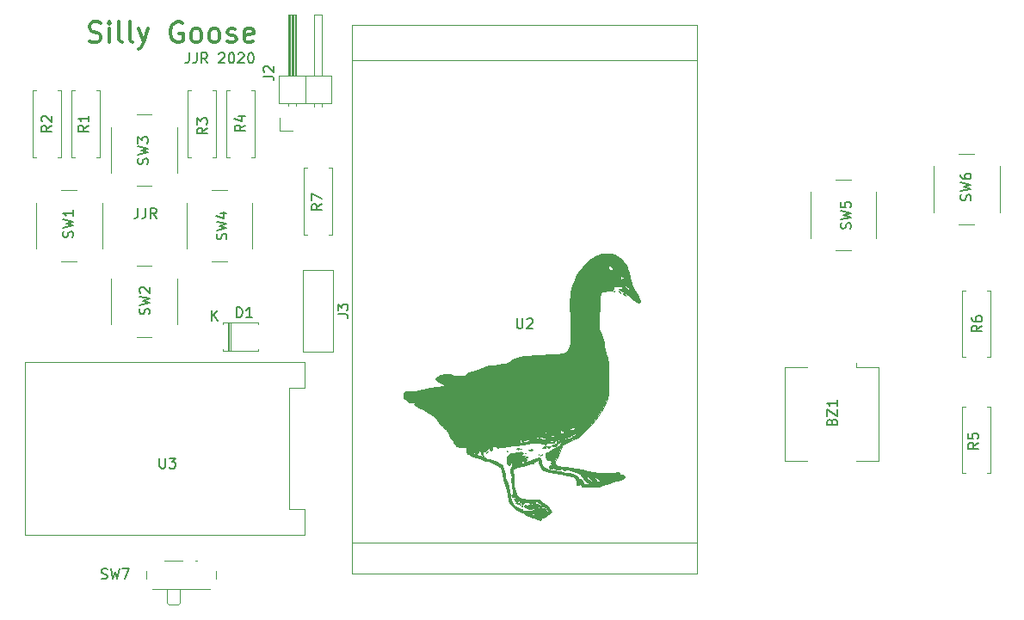
<source format=gbr>
%TF.GenerationSoftware,KiCad,Pcbnew,(5.1.6)-1*%
%TF.CreationDate,2020-07-05T00:12:07+01:00*%
%TF.ProjectId,tetris,74657472-6973-42e6-9b69-6361645f7063,rev?*%
%TF.SameCoordinates,PX26c1e00PY65bcec0*%
%TF.FileFunction,Legend,Top*%
%TF.FilePolarity,Positive*%
%FSLAX46Y46*%
G04 Gerber Fmt 4.6, Leading zero omitted, Abs format (unit mm)*
G04 Created by KiCad (PCBNEW (5.1.6)-1) date 2020-07-05 00:12:07*
%MOMM*%
%LPD*%
G01*
G04 APERTURE LIST*
%ADD10C,0.150000*%
%ADD11C,0.300000*%
%ADD12C,0.010000*%
%ADD13C,0.120000*%
G04 APERTURE END LIST*
D10*
X12761904Y38047620D02*
X12761904Y37333334D01*
X12714285Y37190477D01*
X12619047Y37095239D01*
X12476190Y37047620D01*
X12380952Y37047620D01*
X13523809Y38047620D02*
X13523809Y37333334D01*
X13476190Y37190477D01*
X13380952Y37095239D01*
X13238095Y37047620D01*
X13142857Y37047620D01*
X14571428Y37047620D02*
X14238095Y37523810D01*
X14000000Y37047620D02*
X14000000Y38047620D01*
X14380952Y38047620D01*
X14476190Y38000000D01*
X14523809Y37952381D01*
X14571428Y37857143D01*
X14571428Y37714286D01*
X14523809Y37619048D01*
X14476190Y37571429D01*
X14380952Y37523810D01*
X14000000Y37523810D01*
X17776190Y53347620D02*
X17776190Y52633334D01*
X17728571Y52490477D01*
X17633333Y52395239D01*
X17490476Y52347620D01*
X17395238Y52347620D01*
X18538095Y53347620D02*
X18538095Y52633334D01*
X18490476Y52490477D01*
X18395238Y52395239D01*
X18252380Y52347620D01*
X18157142Y52347620D01*
X19585714Y52347620D02*
X19252380Y52823810D01*
X19014285Y52347620D02*
X19014285Y53347620D01*
X19395238Y53347620D01*
X19490476Y53300000D01*
X19538095Y53252381D01*
X19585714Y53157143D01*
X19585714Y53014286D01*
X19538095Y52919048D01*
X19490476Y52871429D01*
X19395238Y52823810D01*
X19014285Y52823810D01*
X20728571Y53252381D02*
X20776190Y53300000D01*
X20871428Y53347620D01*
X21109523Y53347620D01*
X21204761Y53300000D01*
X21252380Y53252381D01*
X21300000Y53157143D01*
X21300000Y53061905D01*
X21252380Y52919048D01*
X20680952Y52347620D01*
X21300000Y52347620D01*
X21919047Y53347620D02*
X22014285Y53347620D01*
X22109523Y53300000D01*
X22157142Y53252381D01*
X22204761Y53157143D01*
X22252380Y52966667D01*
X22252380Y52728572D01*
X22204761Y52538096D01*
X22157142Y52442858D01*
X22109523Y52395239D01*
X22014285Y52347620D01*
X21919047Y52347620D01*
X21823809Y52395239D01*
X21776190Y52442858D01*
X21728571Y52538096D01*
X21680952Y52728572D01*
X21680952Y52966667D01*
X21728571Y53157143D01*
X21776190Y53252381D01*
X21823809Y53300000D01*
X21919047Y53347620D01*
X22633333Y53252381D02*
X22680952Y53300000D01*
X22776190Y53347620D01*
X23014285Y53347620D01*
X23109523Y53300000D01*
X23157142Y53252381D01*
X23204761Y53157143D01*
X23204761Y53061905D01*
X23157142Y52919048D01*
X22585714Y52347620D01*
X23204761Y52347620D01*
X23823809Y53347620D02*
X23919047Y53347620D01*
X24014285Y53300000D01*
X24061904Y53252381D01*
X24109523Y53157143D01*
X24157142Y52966667D01*
X24157142Y52728572D01*
X24109523Y52538096D01*
X24061904Y52442858D01*
X24014285Y52395239D01*
X23919047Y52347620D01*
X23823809Y52347620D01*
X23728571Y52395239D01*
X23680952Y52442858D01*
X23633333Y52538096D01*
X23585714Y52728572D01*
X23585714Y52966667D01*
X23633333Y53157143D01*
X23680952Y53252381D01*
X23728571Y53300000D01*
X23823809Y53347620D01*
D11*
X7954761Y54490477D02*
X8240476Y54395239D01*
X8716666Y54395239D01*
X8907142Y54490477D01*
X9002380Y54585715D01*
X9097619Y54776191D01*
X9097619Y54966667D01*
X9002380Y55157143D01*
X8907142Y55252381D01*
X8716666Y55347620D01*
X8335714Y55442858D01*
X8145238Y55538096D01*
X8050000Y55633334D01*
X7954761Y55823810D01*
X7954761Y56014286D01*
X8050000Y56204762D01*
X8145238Y56300000D01*
X8335714Y56395239D01*
X8811904Y56395239D01*
X9097619Y56300000D01*
X9954761Y54395239D02*
X9954761Y55728572D01*
X9954761Y56395239D02*
X9859523Y56300000D01*
X9954761Y56204762D01*
X10050000Y56300000D01*
X9954761Y56395239D01*
X9954761Y56204762D01*
X11192857Y54395239D02*
X11002380Y54490477D01*
X10907142Y54680953D01*
X10907142Y56395239D01*
X12240476Y54395239D02*
X12050000Y54490477D01*
X11954761Y54680953D01*
X11954761Y56395239D01*
X12811904Y55728572D02*
X13288095Y54395239D01*
X13764285Y55728572D02*
X13288095Y54395239D01*
X13097619Y53919048D01*
X13002380Y53823810D01*
X12811904Y53728572D01*
X17097619Y56300000D02*
X16907142Y56395239D01*
X16621428Y56395239D01*
X16335714Y56300000D01*
X16145238Y56109524D01*
X16050000Y55919048D01*
X15954761Y55538096D01*
X15954761Y55252381D01*
X16050000Y54871429D01*
X16145238Y54680953D01*
X16335714Y54490477D01*
X16621428Y54395239D01*
X16811904Y54395239D01*
X17097619Y54490477D01*
X17192857Y54585715D01*
X17192857Y55252381D01*
X16811904Y55252381D01*
X18335714Y54395239D02*
X18145238Y54490477D01*
X18050000Y54585715D01*
X17954761Y54776191D01*
X17954761Y55347620D01*
X18050000Y55538096D01*
X18145238Y55633334D01*
X18335714Y55728572D01*
X18621428Y55728572D01*
X18811904Y55633334D01*
X18907142Y55538096D01*
X19002380Y55347620D01*
X19002380Y54776191D01*
X18907142Y54585715D01*
X18811904Y54490477D01*
X18621428Y54395239D01*
X18335714Y54395239D01*
X20145238Y54395239D02*
X19954761Y54490477D01*
X19859523Y54585715D01*
X19764285Y54776191D01*
X19764285Y55347620D01*
X19859523Y55538096D01*
X19954761Y55633334D01*
X20145238Y55728572D01*
X20430952Y55728572D01*
X20621428Y55633334D01*
X20716666Y55538096D01*
X20811904Y55347620D01*
X20811904Y54776191D01*
X20716666Y54585715D01*
X20621428Y54490477D01*
X20430952Y54395239D01*
X20145238Y54395239D01*
X21573809Y54490477D02*
X21764285Y54395239D01*
X22145238Y54395239D01*
X22335714Y54490477D01*
X22430952Y54680953D01*
X22430952Y54776191D01*
X22335714Y54966667D01*
X22145238Y55061905D01*
X21859523Y55061905D01*
X21669047Y55157143D01*
X21573809Y55347620D01*
X21573809Y55442858D01*
X21669047Y55633334D01*
X21859523Y55728572D01*
X22145238Y55728572D01*
X22335714Y55633334D01*
X24050000Y54490477D02*
X23859523Y54395239D01*
X23478571Y54395239D01*
X23288095Y54490477D01*
X23192857Y54680953D01*
X23192857Y55442858D01*
X23288095Y55633334D01*
X23478571Y55728572D01*
X23859523Y55728572D01*
X24050000Y55633334D01*
X24145238Y55442858D01*
X24145238Y55252381D01*
X23192857Y55061905D01*
D12*
%TO.C,G\u002A\u002A\u002A*%
G36*
X55559672Y15627098D02*
G01*
X55549750Y15602500D01*
X55492688Y15541923D01*
X55482502Y15539000D01*
X55455228Y15588130D01*
X55454500Y15602500D01*
X55503315Y15663560D01*
X55521747Y15666000D01*
X55559672Y15627098D01*
G37*
X55559672Y15627098D02*
X55549750Y15602500D01*
X55492688Y15541923D01*
X55482502Y15539000D01*
X55455228Y15588130D01*
X55454500Y15602500D01*
X55503315Y15663560D01*
X55521747Y15666000D01*
X55559672Y15627098D01*
G36*
X46183500Y13729250D02*
G01*
X46151750Y13697500D01*
X46120000Y13729250D01*
X46151750Y13761000D01*
X46183500Y13729250D01*
G37*
X46183500Y13729250D02*
X46151750Y13697500D01*
X46120000Y13729250D01*
X46151750Y13761000D01*
X46183500Y13729250D01*
G36*
X53349800Y14636660D02*
G01*
X53316007Y14590787D01*
X53267488Y14552731D01*
X53131703Y14470608D01*
X53045402Y14482217D01*
X53003686Y14532812D01*
X52996236Y14576604D01*
X53027300Y14563526D01*
X53115570Y14564028D01*
X53136109Y14585465D01*
X53227256Y14641069D01*
X53283372Y14647981D01*
X53349800Y14636660D01*
G37*
X53349800Y14636660D02*
X53316007Y14590787D01*
X53267488Y14552731D01*
X53131703Y14470608D01*
X53045402Y14482217D01*
X53003686Y14532812D01*
X52996236Y14576604D01*
X53027300Y14563526D01*
X53115570Y14564028D01*
X53136109Y14585465D01*
X53227256Y14641069D01*
X53283372Y14647981D01*
X53349800Y14636660D01*
G36*
X52920723Y14608658D02*
G01*
X52897878Y14522025D01*
X52835864Y14446191D01*
X52814056Y14434544D01*
X52661364Y14398557D01*
X52556161Y14413566D01*
X52533500Y14449308D01*
X52583464Y14505019D01*
X52697350Y14577079D01*
X52821143Y14634713D01*
X52885737Y14650000D01*
X52920723Y14608658D01*
G37*
X52920723Y14608658D02*
X52897878Y14522025D01*
X52835864Y14446191D01*
X52814056Y14434544D01*
X52661364Y14398557D01*
X52556161Y14413566D01*
X52533500Y14449308D01*
X52583464Y14505019D01*
X52697350Y14577079D01*
X52821143Y14634713D01*
X52885737Y14650000D01*
X52920723Y14608658D01*
G36*
X50517375Y14374555D02*
G01*
X50525352Y14351378D01*
X50438000Y14342527D01*
X50347853Y14352506D01*
X50358625Y14374555D01*
X50488631Y14382942D01*
X50517375Y14374555D01*
G37*
X50517375Y14374555D02*
X50525352Y14351378D01*
X50438000Y14342527D01*
X50347853Y14352506D01*
X50358625Y14374555D01*
X50488631Y14382942D01*
X50517375Y14374555D01*
G36*
X50238963Y14388575D02*
G01*
X50218361Y14336725D01*
X50126062Y14271840D01*
X50032296Y14322012D01*
X50024972Y14332949D01*
X50039125Y14405179D01*
X50087463Y14436044D01*
X50202566Y14448584D01*
X50238963Y14388575D01*
G37*
X50238963Y14388575D02*
X50218361Y14336725D01*
X50126062Y14271840D01*
X50032296Y14322012D01*
X50024972Y14332949D01*
X50039125Y14405179D01*
X50087463Y14436044D01*
X50202566Y14448584D01*
X50238963Y14388575D01*
G36*
X51570972Y14295926D02*
G01*
X51564085Y14241460D01*
X51515661Y14203020D01*
X51428320Y14156332D01*
X51348013Y14158899D01*
X51231750Y14200976D01*
X51162707Y14237678D01*
X51194817Y14266840D01*
X51315665Y14297806D01*
X51481715Y14317764D01*
X51570972Y14295926D01*
G37*
X51570972Y14295926D02*
X51564085Y14241460D01*
X51515661Y14203020D01*
X51428320Y14156332D01*
X51348013Y14158899D01*
X51231750Y14200976D01*
X51162707Y14237678D01*
X51194817Y14266840D01*
X51315665Y14297806D01*
X51481715Y14317764D01*
X51570972Y14295926D01*
G36*
X49104500Y14110250D02*
G01*
X49072750Y14078500D01*
X49041000Y14110250D01*
X49072750Y14142000D01*
X49104500Y14110250D01*
G37*
X49104500Y14110250D02*
X49072750Y14078500D01*
X49041000Y14110250D01*
X49072750Y14142000D01*
X49104500Y14110250D01*
G36*
X47199500Y14093070D02*
G01*
X47148778Y14016653D01*
X47104250Y13992037D01*
X47021589Y13971411D01*
X47009000Y13977468D01*
X47050994Y14030520D01*
X47104250Y14078500D01*
X47181604Y14117139D01*
X47199500Y14093070D01*
G37*
X47199500Y14093070D02*
X47148778Y14016653D01*
X47104250Y13992037D01*
X47021589Y13971411D01*
X47009000Y13977468D01*
X47050994Y14030520D01*
X47104250Y14078500D01*
X47181604Y14117139D01*
X47199500Y14093070D01*
G36*
X50882500Y13919750D02*
G01*
X50850750Y13888000D01*
X50819000Y13919750D01*
X50850750Y13951500D01*
X50882500Y13919750D01*
G37*
X50882500Y13919750D02*
X50850750Y13888000D01*
X50819000Y13919750D01*
X50850750Y13951500D01*
X50882500Y13919750D01*
G36*
X52533500Y13792750D02*
G01*
X52501750Y13761000D01*
X52470000Y13792750D01*
X52501750Y13824500D01*
X52533500Y13792750D01*
G37*
X52533500Y13792750D02*
X52501750Y13761000D01*
X52470000Y13792750D01*
X52501750Y13824500D01*
X52533500Y13792750D01*
G36*
X52216000Y13792750D02*
G01*
X52184250Y13761000D01*
X52152500Y13792750D01*
X52184250Y13824500D01*
X52216000Y13792750D01*
G37*
X52216000Y13792750D02*
X52184250Y13761000D01*
X52152500Y13792750D01*
X52184250Y13824500D01*
X52216000Y13792750D01*
G36*
X52406500Y13729250D02*
G01*
X52374750Y13697500D01*
X52343000Y13729250D01*
X52374750Y13761000D01*
X52406500Y13729250D01*
G37*
X52406500Y13729250D02*
X52374750Y13697500D01*
X52343000Y13729250D01*
X52374750Y13761000D01*
X52406500Y13729250D01*
G36*
X49713723Y9666216D02*
G01*
X49707750Y9633500D01*
X49626567Y9572423D01*
X49608752Y9570000D01*
X49550710Y9618435D01*
X49549000Y9633500D01*
X49600686Y9689229D01*
X49647997Y9697000D01*
X49713723Y9666216D01*
G37*
X49713723Y9666216D02*
X49707750Y9633500D01*
X49626567Y9572423D01*
X49608752Y9570000D01*
X49550710Y9618435D01*
X49549000Y9633500D01*
X49600686Y9689229D01*
X49647997Y9697000D01*
X49713723Y9666216D01*
G36*
X50353333Y8977334D02*
G01*
X50344616Y8939583D01*
X50311000Y8935000D01*
X50258732Y8958234D01*
X50268666Y8977334D01*
X50344026Y8984934D01*
X50353333Y8977334D01*
G37*
X50353333Y8977334D02*
X50344616Y8939583D01*
X50311000Y8935000D01*
X50258732Y8958234D01*
X50268666Y8977334D01*
X50344026Y8984934D01*
X50353333Y8977334D01*
G36*
X50120442Y9028671D02*
G01*
X50152250Y8998500D01*
X50157374Y8942406D01*
X50081655Y8951729D01*
X49993500Y8998500D01*
X49933993Y9047816D01*
X49991187Y9060813D01*
X50005627Y9061028D01*
X50120442Y9028671D01*
G37*
X50120442Y9028671D02*
X50152250Y8998500D01*
X50157374Y8942406D01*
X50081655Y8951729D01*
X49993500Y8998500D01*
X49933993Y9047816D01*
X49991187Y9060813D01*
X50005627Y9061028D01*
X50120442Y9028671D01*
G36*
X50374500Y8839750D02*
G01*
X50342750Y8808000D01*
X50311000Y8839750D01*
X50342750Y8871500D01*
X50374500Y8839750D01*
G37*
X50374500Y8839750D02*
X50342750Y8808000D01*
X50311000Y8839750D01*
X50342750Y8871500D01*
X50374500Y8839750D01*
G36*
X50945838Y8824794D02*
G01*
X50946000Y8820086D01*
X50895120Y8746711D01*
X50845443Y8719501D01*
X50771002Y8717779D01*
X50770037Y8756364D01*
X50828205Y8832520D01*
X50904755Y8861831D01*
X50945838Y8824794D01*
G37*
X50945838Y8824794D02*
X50946000Y8820086D01*
X50895120Y8746711D01*
X50845443Y8719501D01*
X50771002Y8717779D01*
X50770037Y8756364D01*
X50828205Y8832520D01*
X50904755Y8861831D01*
X50945838Y8824794D01*
G36*
X50607333Y8723334D02*
G01*
X50598616Y8685583D01*
X50565000Y8681000D01*
X50512732Y8704234D01*
X50522666Y8723334D01*
X50598026Y8730934D01*
X50607333Y8723334D01*
G37*
X50607333Y8723334D02*
X50598616Y8685583D01*
X50565000Y8681000D01*
X50512732Y8704234D01*
X50522666Y8723334D01*
X50598026Y8730934D01*
X50607333Y8723334D01*
G36*
X59645500Y29858250D02*
G01*
X59613750Y29826500D01*
X59582000Y29858250D01*
X59613750Y29890000D01*
X59645500Y29858250D01*
G37*
X59645500Y29858250D02*
X59613750Y29826500D01*
X59582000Y29858250D01*
X59613750Y29890000D01*
X59645500Y29858250D01*
G36*
X60163687Y29846036D02*
G01*
X60217000Y29794750D01*
X60273029Y29714112D01*
X60236132Y29719543D01*
X60125488Y29796770D01*
X60056653Y29865682D01*
X60070088Y29890000D01*
X60163687Y29846036D01*
G37*
X60163687Y29846036D02*
X60217000Y29794750D01*
X60273029Y29714112D01*
X60236132Y29719543D01*
X60125488Y29796770D01*
X60056653Y29865682D01*
X60070088Y29890000D01*
X60163687Y29846036D01*
G36*
X60545429Y29650553D02*
G01*
X60669653Y29575192D01*
X60670760Y29574273D01*
X60758391Y29483762D01*
X60743960Y29452571D01*
X60639627Y29484503D01*
X60541796Y29533951D01*
X60451531Y29607096D01*
X60455806Y29658361D01*
X60545429Y29650553D01*
G37*
X60545429Y29650553D02*
X60669653Y29575192D01*
X60670760Y29574273D01*
X60758391Y29483762D01*
X60743960Y29452571D01*
X60639627Y29484503D01*
X60541796Y29533951D01*
X60451531Y29607096D01*
X60455806Y29658361D01*
X60545429Y29650553D01*
G36*
X58227333Y29487834D02*
G01*
X58234933Y29412474D01*
X58227333Y29403167D01*
X58189582Y29411884D01*
X58185000Y29445500D01*
X58208233Y29497768D01*
X58227333Y29487834D01*
G37*
X58227333Y29487834D02*
X58234933Y29412474D01*
X58227333Y29403167D01*
X58189582Y29411884D01*
X58185000Y29445500D01*
X58208233Y29497768D01*
X58227333Y29487834D01*
G36*
X59069019Y33557814D02*
G01*
X59377998Y33535900D01*
X59589174Y33504271D01*
X59689356Y33465067D01*
X59694998Y33456255D01*
X59770597Y33394406D01*
X59839923Y33382500D01*
X59935362Y33339932D01*
X60092391Y33225644D01*
X60284885Y33059760D01*
X60396354Y32953875D01*
X60604856Y32743224D01*
X60742294Y32581639D01*
X60831497Y32432669D01*
X60895295Y32259861D01*
X60943185Y32080750D01*
X61000994Y31848872D01*
X61043814Y31678633D01*
X61081532Y31532077D01*
X61124035Y31371249D01*
X61181209Y31158191D01*
X61249179Y30906000D01*
X61340696Y30610517D01*
X61450962Y30317940D01*
X61558844Y30083363D01*
X61577990Y30048750D01*
X61807327Y29645354D01*
X61973791Y29337150D01*
X62082974Y29112366D01*
X62140464Y28959227D01*
X62151853Y28865959D01*
X62147581Y28849073D01*
X62055987Y28754671D01*
X61895697Y28763631D01*
X61669721Y28874490D01*
X61381064Y29085788D01*
X61044238Y29385125D01*
X60812245Y29589021D01*
X60566790Y29778833D01*
X60353449Y29919831D01*
X60313988Y29941562D01*
X60141762Y30036035D01*
X60072425Y30091096D01*
X60093491Y30120415D01*
X60141120Y30130843D01*
X60294089Y30119698D01*
X60375402Y30080789D01*
X60435584Y30050276D01*
X60449931Y30116060D01*
X60444358Y30185615D01*
X60417170Y30305432D01*
X60343361Y30348542D01*
X60210076Y30346190D01*
X59988211Y30330544D01*
X59847904Y30329177D01*
X59744327Y30343891D01*
X59658090Y30368354D01*
X59588288Y30382205D01*
X60698465Y30382205D01*
X60705104Y30294757D01*
X60753123Y30231504D01*
X60774774Y30236108D01*
X60831365Y30217890D01*
X60897530Y30143597D01*
X60994049Y30044087D01*
X61074946Y30018596D01*
X61106000Y30071937D01*
X61070056Y30155541D01*
X60982916Y30283286D01*
X60976663Y30291298D01*
X60865573Y30388655D01*
X60761181Y30419106D01*
X60698465Y30382205D01*
X59588288Y30382205D01*
X59556307Y30388551D01*
X59535497Y30335204D01*
X59553849Y30247515D01*
X59563861Y30113628D01*
X59518590Y30080500D01*
X59470235Y30034610D01*
X59477963Y29985251D01*
X59477507Y29938375D01*
X59418022Y29909584D01*
X59278258Y29894839D01*
X59036962Y29890102D01*
X58976757Y29890001D01*
X58714600Y29882954D01*
X58529039Y29863581D01*
X58442529Y29834533D01*
X58439000Y29826500D01*
X58398042Y29738463D01*
X58315160Y29639161D01*
X58277716Y29594039D01*
X58248089Y29532108D01*
X58224967Y29438153D01*
X58207036Y29296954D01*
X58192985Y29093296D01*
X58181499Y28811961D01*
X58171266Y28437732D01*
X58160973Y27955392D01*
X58158342Y27821547D01*
X58125363Y26127773D01*
X58282077Y25860361D01*
X58372631Y25653328D01*
X58473585Y25323096D01*
X58585283Y24868436D01*
X58667648Y24487100D01*
X58746127Y24120201D01*
X58821537Y23789974D01*
X58888262Y23519361D01*
X58940687Y23331306D01*
X58969377Y23254250D01*
X58996629Y23140212D01*
X59019813Y22901602D01*
X59038803Y22540786D01*
X59053470Y22060132D01*
X59063011Y21516203D01*
X59068767Y21012951D01*
X59070784Y20616846D01*
X59067963Y20308065D01*
X59059208Y20066782D01*
X59043420Y19873172D01*
X59019504Y19707411D01*
X58986360Y19549673D01*
X58945262Y19388953D01*
X58875420Y19143718D01*
X58811080Y18944006D01*
X58763292Y18823321D01*
X58753395Y18806984D01*
X58699530Y18719530D01*
X58609865Y18553832D01*
X58505130Y18348381D01*
X58288423Y17952807D01*
X58028907Y17560807D01*
X57710977Y17152098D01*
X57319028Y16706400D01*
X56916763Y16284087D01*
X56609766Y15974672D01*
X56370419Y15744875D01*
X56181178Y15580132D01*
X56024497Y15465876D01*
X55882832Y15387544D01*
X55790199Y15348884D01*
X55571307Y15259188D01*
X55293335Y15134538D01*
X55009642Y14999023D01*
X54956588Y14972573D01*
X54717431Y14850297D01*
X54568284Y14761264D01*
X54485661Y14681738D01*
X54446072Y14587979D01*
X54426031Y14456252D01*
X54423490Y14433805D01*
X54344407Y14145219D01*
X54163668Y13785150D01*
X54097321Y13675393D01*
X53915604Y13356947D01*
X53820221Y13108806D01*
X53818043Y12920357D01*
X53915939Y12780986D01*
X54120781Y12680080D01*
X54439438Y12607026D01*
X54821191Y12557165D01*
X55362852Y12497269D01*
X55792006Y12443797D01*
X56122858Y12394658D01*
X56369617Y12347759D01*
X56534000Y12304973D01*
X56989242Y12188695D01*
X57521621Y12094176D01*
X58092810Y12024941D01*
X58664480Y11984514D01*
X59198301Y11976421D01*
X59655945Y12004187D01*
X59718706Y12012079D01*
X59926237Y12035515D01*
X60045344Y12028988D01*
X60112492Y11985588D01*
X60147415Y11930869D01*
X60274347Y11819329D01*
X60423459Y11780642D01*
X60580597Y11740470D01*
X60645183Y11647473D01*
X60648689Y11628194D01*
X60645847Y11529643D01*
X60594100Y11449130D01*
X60476063Y11377292D01*
X60274354Y11304766D01*
X59971587Y11222189D01*
X59829454Y11186966D01*
X59499370Y11100156D01*
X59163002Y11001170D01*
X58872121Y10905651D01*
X58756500Y10862733D01*
X58525393Y10771479D01*
X58323788Y10692155D01*
X58200793Y10644059D01*
X58084162Y10625914D01*
X57870698Y10616951D01*
X57590269Y10617641D01*
X57272742Y10628452D01*
X57256826Y10629246D01*
X56455815Y10669844D01*
X56375658Y10860480D01*
X56318084Y10985656D01*
X56278746Y11003608D01*
X56227845Y10924680D01*
X56222016Y10913809D01*
X56114957Y10806799D01*
X56015828Y10776500D01*
X55926608Y10794345D01*
X55906656Y10872409D01*
X55921946Y10970608D01*
X55931319Y11131254D01*
X55899711Y11240483D01*
X55799466Y11367549D01*
X55717312Y11468194D01*
X55637644Y11547811D01*
X55544859Y11611794D01*
X55423356Y11665537D01*
X55257530Y11714433D01*
X55031779Y11763876D01*
X54730500Y11819261D01*
X54338089Y11885980D01*
X53838945Y11969428D01*
X53745728Y11985098D01*
X53305192Y12067012D01*
X52972184Y12150207D01*
X52727472Y12243763D01*
X52551826Y12356764D01*
X52426013Y12498290D01*
X52344301Y12646893D01*
X52266753Y12850330D01*
X52221118Y13034244D01*
X52216000Y13090767D01*
X52203209Y13211867D01*
X52177971Y13253000D01*
X52078992Y13224800D01*
X51938033Y13157508D01*
X51801810Y13077093D01*
X51717039Y13009521D01*
X51708000Y12991765D01*
X51653122Y12950031D01*
X51533375Y12932713D01*
X51360385Y12907495D01*
X51151675Y12848537D01*
X51104750Y12831313D01*
X50889104Y12758697D01*
X50628116Y12685589D01*
X50501500Y12655219D01*
X50274515Y12602363D01*
X50099135Y12552208D01*
X49910426Y12484722D01*
X49764597Y12427898D01*
X49686224Y12383200D01*
X49656590Y12307143D01*
X49666886Y12161609D01*
X49681437Y12067939D01*
X49708662Y11837744D01*
X49728451Y11549562D01*
X49735714Y11312038D01*
X49772460Y10740003D01*
X49869869Y10242637D01*
X50023957Y9839764D01*
X50036519Y9816064D01*
X50119565Y9670595D01*
X50198031Y9576759D01*
X50304947Y9514605D01*
X50473343Y9464186D01*
X50705073Y9412287D01*
X51117825Y9344164D01*
X51510002Y9331668D01*
X51731177Y9344792D01*
X52247750Y9387388D01*
X52498762Y9129444D01*
X52655926Y8987057D01*
X52794999Y8893376D01*
X52860978Y8871500D01*
X52960412Y8821708D01*
X53093392Y8695593D01*
X53232144Y8528044D01*
X53348895Y8353954D01*
X53415868Y8208214D01*
X53422500Y8166103D01*
X53371172Y8050495D01*
X53279625Y7975301D01*
X53130632Y7881576D01*
X52965198Y7757384D01*
X52957252Y7750816D01*
X52804803Y7650432D01*
X52669158Y7602240D01*
X52656166Y7601500D01*
X52528674Y7551692D01*
X52455263Y7474500D01*
X52331385Y7364269D01*
X52174138Y7376509D01*
X52064774Y7442002D01*
X51936798Y7505302D01*
X51736447Y7570724D01*
X51590468Y7606126D01*
X51352350Y7673931D01*
X51273438Y7707334D01*
X52173666Y7707334D01*
X52182383Y7669583D01*
X52216000Y7665000D01*
X52268267Y7688234D01*
X52258333Y7707334D01*
X52182973Y7714934D01*
X52173666Y7707334D01*
X51273438Y7707334D01*
X51134765Y7766033D01*
X51043194Y7820996D01*
X50874729Y7926037D01*
X51403428Y7926037D01*
X51409854Y7869766D01*
X51441374Y7879447D01*
X51527994Y7879173D01*
X51546895Y7859310D01*
X51623530Y7823714D01*
X51714744Y7854648D01*
X51717415Y7859248D01*
X51835000Y7859248D01*
X51881095Y7794585D01*
X51898500Y7792000D01*
X51960349Y7813666D01*
X51962000Y7820003D01*
X51917503Y7874217D01*
X51898500Y7887250D01*
X51839985Y7882216D01*
X51835000Y7859248D01*
X51717415Y7859248D01*
X51752122Y7919000D01*
X52343000Y7919000D01*
X52366233Y7866733D01*
X52385333Y7876667D01*
X52392933Y7952027D01*
X52385333Y7961334D01*
X52347582Y7952617D01*
X52343000Y7919000D01*
X51752122Y7919000D01*
X51756248Y7926103D01*
X51753017Y7942699D01*
X51677711Y8001683D01*
X51551409Y8009832D01*
X51438117Y7970198D01*
X51403428Y7926037D01*
X50874729Y7926037D01*
X50841952Y7946474D01*
X50628500Y8049785D01*
X50569353Y8077750D01*
X51771500Y8077750D01*
X51803250Y8046000D01*
X51835000Y8077750D01*
X51803250Y8109500D01*
X51771500Y8077750D01*
X50569353Y8077750D01*
X50266627Y8220879D01*
X49930751Y8432231D01*
X49640142Y8666529D01*
X49414071Y8906462D01*
X49271808Y9134718D01*
X49231171Y9305062D01*
X49216799Y9470807D01*
X49178679Y9706821D01*
X49123605Y9984137D01*
X49058371Y10273786D01*
X48989773Y10546798D01*
X48924604Y10774206D01*
X48869658Y10927041D01*
X48839472Y10975160D01*
X48791543Y11021277D01*
X48805109Y11029528D01*
X48817615Y11076777D01*
X48781861Y11167102D01*
X48739474Y11287954D01*
X48686533Y11498579D01*
X48631555Y11763192D01*
X48605002Y11910178D01*
X48501250Y12516653D01*
X47993250Y12817720D01*
X47597136Y13026359D01*
X47278409Y13137103D01*
X47189391Y13152168D01*
X46935703Y13202918D01*
X46674878Y13287280D01*
X46617891Y13311512D01*
X46372101Y13401056D01*
X46106170Y13466044D01*
X46046234Y13475288D01*
X45767978Y13551074D01*
X45600906Y13662412D01*
X45447231Y13775424D01*
X45293672Y13833987D01*
X45173458Y13881787D01*
X45123298Y14004637D01*
X45118337Y14046750D01*
X45111510Y14109718D01*
X45637407Y14109718D01*
X45664230Y14010306D01*
X45736396Y13891657D01*
X45830463Y13766247D01*
X45889154Y13700404D01*
X45894671Y13697500D01*
X45910148Y13730583D01*
X46020305Y13730583D01*
X46024750Y13694386D01*
X46272599Y13666973D01*
X46475193Y13636796D01*
X46599292Y13609174D01*
X46620609Y13599058D01*
X46670021Y13575322D01*
X46666323Y13646196D01*
X46613545Y13792873D01*
X46549569Y13930551D01*
X46482759Y14046174D01*
X46700724Y14046174D01*
X46720047Y13791971D01*
X46769862Y13591785D01*
X46840101Y13508897D01*
X46854140Y13507000D01*
X46936173Y13475474D01*
X46945500Y13450817D01*
X47002891Y13413796D01*
X47151560Y13375590D01*
X47310625Y13350883D01*
X47579053Y13286754D01*
X47889292Y13164796D01*
X48197468Y13006931D01*
X48459704Y12835081D01*
X48605504Y12703888D01*
X48666161Y12585255D01*
X48729149Y12382202D01*
X48781785Y12136417D01*
X48786167Y12110000D01*
X48847150Y11813939D01*
X48930765Y11510427D01*
X49011341Y11284500D01*
X49111574Y11000083D01*
X49214512Y10621476D01*
X49312445Y10181065D01*
X49397664Y9711231D01*
X49419507Y9570000D01*
X49472459Y9337745D01*
X49550929Y9118616D01*
X49571969Y9075138D01*
X49683153Y8932858D01*
X49862016Y8772039D01*
X50073965Y8616785D01*
X50284407Y8491201D01*
X50458752Y8419391D01*
X50524552Y8411365D01*
X50603643Y8401680D01*
X50602428Y8379762D01*
X50610965Y8328141D01*
X50700792Y8277161D01*
X50826965Y8241375D01*
X50944536Y8235337D01*
X50993625Y8253092D01*
X51061512Y8277500D01*
X51073000Y8236500D01*
X51104639Y8191935D01*
X51152375Y8216905D01*
X51263926Y8259504D01*
X51440321Y8290182D01*
X51485750Y8294194D01*
X51673592Y8320776D01*
X51816017Y8363890D01*
X51835000Y8374309D01*
X51888013Y8415869D01*
X51829024Y8404594D01*
X51812054Y8399325D01*
X51726421Y8393684D01*
X51727928Y8450843D01*
X51722119Y8512164D01*
X51623874Y8505892D01*
X51474629Y8450457D01*
X51405183Y8409065D01*
X51300611Y8390507D01*
X51209530Y8450125D01*
X51107256Y8514291D01*
X51051971Y8511806D01*
X51013677Y8519514D01*
X51009500Y8550211D01*
X50964210Y8602276D01*
X50914250Y8594537D01*
X50827422Y8571919D01*
X50841677Y8605056D01*
X50857168Y8616472D01*
X52108677Y8616472D01*
X52184330Y8531242D01*
X52294960Y8469938D01*
X52455411Y8486564D01*
X52478190Y8492850D01*
X52655580Y8516438D01*
X52797370Y8489548D01*
X52873589Y8425035D01*
X52854263Y8335755D01*
X52851727Y8332628D01*
X52820965Y8256744D01*
X52895252Y8217422D01*
X53063378Y8182081D01*
X53128468Y8202537D01*
X53107564Y8293223D01*
X53071560Y8366767D01*
X52972910Y8509162D01*
X52869622Y8591493D01*
X52863554Y8593599D01*
X52710995Y8652365D01*
X52660500Y8676636D01*
X52531689Y8680808D01*
X52408955Y8624429D01*
X52312308Y8573461D01*
X52298408Y8596173D01*
X52301578Y8601625D01*
X52300429Y8666021D01*
X52219747Y8681000D01*
X52109522Y8668426D01*
X52108677Y8616472D01*
X50857168Y8616472D01*
X50949229Y8684311D01*
X51025375Y8732081D01*
X51274462Y8865046D01*
X51437630Y8910945D01*
X51512543Y8869284D01*
X51517500Y8836254D01*
X51533893Y8765396D01*
X51602312Y8799465D01*
X51612750Y8808000D01*
X51692525Y8907702D01*
X51707027Y8958651D01*
X51683154Y8983096D01*
X51652364Y8945551D01*
X51600486Y8899886D01*
X51557315Y8968631D01*
X51472500Y9046474D01*
X51808341Y9046474D01*
X51847869Y8989203D01*
X51976423Y8945956D01*
X52072586Y8935973D01*
X52217462Y8884757D01*
X52294236Y8808000D01*
X52385407Y8700955D01*
X52450709Y8693920D01*
X52470000Y8765182D01*
X52420573Y8872610D01*
X52299460Y9000481D01*
X52147407Y9110183D01*
X52065076Y9148884D01*
X51944887Y9157034D01*
X51847372Y9114122D01*
X51808341Y9046474D01*
X51472500Y9046474D01*
X51471151Y9047712D01*
X51392773Y9044196D01*
X51284557Y9041795D01*
X51250669Y9068592D01*
X51178529Y9110763D01*
X51029636Y9131840D01*
X50852523Y9131525D01*
X50695724Y9109520D01*
X50613596Y9072497D01*
X50581635Y9013954D01*
X50660250Y8998500D01*
X50739066Y8981539D01*
X50708968Y8926569D01*
X50604555Y8881133D01*
X50508310Y8912700D01*
X50471009Y8998374D01*
X50478610Y9030444D01*
X50480679Y9106062D01*
X50450272Y9112222D01*
X50365256Y9142771D01*
X50285751Y9220750D01*
X50213826Y9300362D01*
X50188055Y9277433D01*
X50186019Y9245331D01*
X50136402Y9166361D01*
X50023408Y9145128D01*
X49894354Y9177113D01*
X49796559Y9257798D01*
X49783035Y9283812D01*
X49778073Y9347750D01*
X49866500Y9347750D01*
X49898250Y9316000D01*
X49930000Y9347750D01*
X49898250Y9379500D01*
X49866500Y9347750D01*
X49778073Y9347750D01*
X49772895Y9414450D01*
X49824486Y9470532D01*
X49877513Y9558736D01*
X49843396Y9664144D01*
X49749987Y9750063D01*
X49625140Y9779801D01*
X49593715Y9774533D01*
X49497946Y9758511D01*
X49507700Y9802369D01*
X49540319Y9844039D01*
X49635584Y9911908D01*
X49693006Y9908740D01*
X49729079Y9909186D01*
X49717300Y9935547D01*
X49663870Y10077306D01*
X49611488Y10308500D01*
X49565266Y10591626D01*
X49530317Y10889185D01*
X49511754Y11163676D01*
X49514689Y11377597D01*
X49517326Y11402350D01*
X49531910Y11583191D01*
X49525017Y11693519D01*
X49506833Y11711224D01*
X49478046Y11752270D01*
X49453221Y11890585D01*
X49437649Y12096444D01*
X49437471Y12100977D01*
X49437365Y12361575D01*
X49463897Y12519069D01*
X49511448Y12589304D01*
X49568947Y12681847D01*
X49567023Y12713250D01*
X49803000Y12713250D01*
X49834750Y12681500D01*
X49866500Y12713250D01*
X49834750Y12745000D01*
X49803000Y12713250D01*
X49567023Y12713250D01*
X49560084Y12826469D01*
X49935291Y12826469D01*
X49966476Y12812443D01*
X50046416Y12808500D01*
X50160383Y12848392D01*
X50161296Y12850834D01*
X50268666Y12850834D01*
X50277383Y12813083D01*
X50311000Y12808500D01*
X50363267Y12831734D01*
X50353333Y12850834D01*
X50277973Y12858434D01*
X50268666Y12850834D01*
X50161296Y12850834D01*
X50184000Y12911526D01*
X50169322Y12979091D01*
X50103770Y12952402D01*
X50072875Y12929494D01*
X49973072Y12854027D01*
X49935291Y12826469D01*
X49560084Y12826469D01*
X49558905Y12845689D01*
X49552677Y12875054D01*
X49503649Y13094250D01*
X49434991Y12925794D01*
X49363395Y12788750D01*
X49301621Y12717343D01*
X49225968Y12730649D01*
X49151720Y12838863D01*
X49090990Y13010346D01*
X49060032Y13189500D01*
X49231500Y13189500D01*
X49279821Y13127846D01*
X49295000Y13126000D01*
X49356654Y13174322D01*
X49358500Y13189500D01*
X49310178Y13251155D01*
X49295000Y13253000D01*
X49233345Y13204679D01*
X49231500Y13189500D01*
X49060032Y13189500D01*
X49055891Y13213458D01*
X49053531Y13365331D01*
X49079707Y13563213D01*
X49145058Y13689699D01*
X49205874Y13739834D01*
X49379666Y13739834D01*
X49388383Y13702083D01*
X49422000Y13697500D01*
X49474267Y13720734D01*
X49464333Y13739834D01*
X49388973Y13747434D01*
X49379666Y13739834D01*
X49205874Y13739834D01*
X49278865Y13800005D01*
X49286924Y13805446D01*
X49433316Y13888477D01*
X49537427Y13920154D01*
X49554345Y13916447D01*
X49638375Y13914142D01*
X49809334Y13939055D01*
X50031393Y13985860D01*
X50047830Y13989796D01*
X50287988Y14043074D01*
X50438135Y14060968D01*
X50529879Y14044682D01*
X50580127Y14010058D01*
X50633489Y13935814D01*
X50595919Y13860699D01*
X50539217Y13807454D01*
X50458785Y13731665D01*
X50466799Y13703285D01*
X50579598Y13707159D01*
X50641266Y13712809D01*
X50789926Y13717727D01*
X50830951Y13690139D01*
X50812808Y13658290D01*
X50786848Y13573063D01*
X50854844Y13530549D01*
X50985993Y13549726D01*
X50987894Y13550434D01*
X51066479Y13572150D01*
X51049343Y13527622D01*
X51013583Y13482300D01*
X50958169Y13382813D01*
X50999208Y13322861D01*
X51030615Y13261624D01*
X50954972Y13165889D01*
X50951198Y13162455D01*
X50850178Y13090202D01*
X50751190Y13093245D01*
X50642780Y13141108D01*
X50516830Y13197172D01*
X50467680Y13177710D01*
X50459174Y13065245D01*
X50459166Y13052354D01*
X50475037Y12926331D01*
X50536450Y12881277D01*
X50664108Y12914259D01*
X50835585Y12999000D01*
X51016303Y13079906D01*
X51171713Y13123538D01*
X51201580Y13126000D01*
X51323344Y13153729D01*
X51513246Y13226051D01*
X51708000Y13316500D01*
X51989739Y13445277D01*
X52183808Y13498882D01*
X52304155Y13478321D01*
X52364729Y13384598D01*
X52369555Y13364125D01*
X52404873Y13193368D01*
X52439209Y13030750D01*
X52561577Y12736536D01*
X52790187Y12506494D01*
X53126519Y12339733D01*
X53572052Y12235363D01*
X53803500Y12208939D01*
X54079887Y12172917D01*
X54380973Y12115386D01*
X54507076Y12084829D01*
X54784397Y12020308D01*
X55082193Y11964914D01*
X55205576Y11946950D01*
X55528625Y11876105D01*
X55805361Y11758404D01*
X56005331Y11609298D01*
X56079323Y11503727D01*
X56170532Y11394666D01*
X56269016Y11390229D01*
X56354370Y11386483D01*
X56425696Y11307051D01*
X56503530Y11131235D01*
X56576321Y10957217D01*
X56647873Y10871497D01*
X56759838Y10842839D01*
X56891876Y10840000D01*
X57059275Y10852981D01*
X57157871Y10885718D01*
X57169000Y10903500D01*
X57120676Y10965153D01*
X57105484Y10967000D01*
X57018602Y11012761D01*
X56880790Y11131227D01*
X56718208Y11294176D01*
X56557013Y11473384D01*
X56453033Y11603503D01*
X56884178Y11603503D01*
X56894418Y11513128D01*
X56983209Y11391128D01*
X57119165Y11269455D01*
X57270898Y11180064D01*
X57315869Y11164008D01*
X57458853Y11122567D01*
X57535181Y11100307D01*
X57537117Y11099727D01*
X57512388Y11140569D01*
X57428519Y11251365D01*
X57356572Y11342143D01*
X57195303Y11510979D01*
X57581201Y11510979D01*
X57677000Y11480148D01*
X57804093Y11400732D01*
X57824439Y11312779D01*
X57842218Y11198077D01*
X57934765Y11130450D01*
X58121491Y11100721D01*
X58280250Y11097223D01*
X58462828Y11100202D01*
X58534262Y11113084D01*
X58510403Y11144720D01*
X58439426Y11186127D01*
X58312013Y11232492D01*
X58245094Y11215490D01*
X58189512Y11222433D01*
X58096110Y11312059D01*
X58068141Y11347864D01*
X57932343Y11486135D01*
X57775402Y11531837D01*
X57722723Y11532171D01*
X57592620Y11525473D01*
X57581201Y11510979D01*
X57195303Y11510979D01*
X57191305Y11515164D01*
X57039382Y11617027D01*
X56924044Y11634873D01*
X56884178Y11603503D01*
X56453033Y11603503D01*
X56423364Y11640629D01*
X56343418Y11767688D01*
X56332292Y11801228D01*
X56304917Y11869732D01*
X56283646Y11887750D01*
X56597500Y11887750D01*
X56629250Y11856000D01*
X56661000Y11887750D01*
X56629250Y11919500D01*
X56597500Y11887750D01*
X56283646Y11887750D01*
X56231066Y11932288D01*
X56090030Y11999458D01*
X55861101Y12081800D01*
X55645000Y12151742D01*
X55318870Y12249132D01*
X55048263Y12318774D01*
X54847282Y12358307D01*
X54730033Y12365370D01*
X54710619Y12337605D01*
X54756000Y12300500D01*
X54814376Y12251290D01*
X54754360Y12238178D01*
X54740125Y12237973D01*
X54645869Y12263622D01*
X54629000Y12293094D01*
X54576153Y12352382D01*
X54502000Y12382400D01*
X54400605Y12388794D01*
X54375000Y12365263D01*
X54319618Y12322470D01*
X54184675Y12285651D01*
X54168625Y12283018D01*
X53983422Y12286920D01*
X53801213Y12374137D01*
X53745007Y12414332D01*
X53679858Y12459250D01*
X53930500Y12459250D01*
X53962250Y12427500D01*
X53994000Y12459250D01*
X53962250Y12491000D01*
X53930500Y12459250D01*
X53679858Y12459250D01*
X53624582Y12497360D01*
X53568496Y12520642D01*
X53571417Y12506909D01*
X53582530Y12424040D01*
X53503108Y12393870D01*
X53361521Y12424479D01*
X53329532Y12438015D01*
X53204623Y12538585D01*
X53198678Y12654583D01*
X53310623Y12759973D01*
X53343495Y12775933D01*
X53453224Y12854733D01*
X53486000Y12922556D01*
X53448487Y12973268D01*
X53406625Y12958809D01*
X53362296Y12942996D01*
X53405758Y13008027D01*
X53409393Y13012529D01*
X53435052Y13062500D01*
X53549500Y13062500D01*
X53572733Y13010233D01*
X53591833Y13020167D01*
X53599433Y13095527D01*
X53591833Y13104834D01*
X53554082Y13096117D01*
X53549500Y13062500D01*
X53435052Y13062500D01*
X53448477Y13088644D01*
X53402183Y13151642D01*
X53290556Y13214199D01*
X53144458Y13273465D01*
X53048843Y13287763D01*
X53041924Y13285013D01*
X52993987Y13320645D01*
X52925515Y13444354D01*
X52887424Y13535348D01*
X52830768Y13763674D01*
X52847675Y13934450D01*
X52931528Y14027688D01*
X53051438Y14030800D01*
X53147019Y14035899D01*
X53168500Y14071094D01*
X53219469Y14134788D01*
X53259214Y14142000D01*
X53380405Y14183330D01*
X53433839Y14223752D01*
X53577044Y14337525D01*
X53761696Y14452797D01*
X53942244Y14544109D01*
X54073137Y14586002D01*
X54082863Y14586500D01*
X54190539Y14638862D01*
X54226979Y14697625D01*
X54295800Y14804795D01*
X54425390Y14947517D01*
X54494861Y15012741D01*
X54612714Y15129397D01*
X54662933Y15204364D01*
X54652650Y15219116D01*
X54555896Y15177152D01*
X54502000Y15126250D01*
X54376733Y15047778D01*
X54284674Y15031000D01*
X54108242Y14980516D01*
X54006946Y14847787D01*
X53994000Y14764300D01*
X53989112Y14690946D01*
X53953022Y14652146D01*
X53853582Y14634150D01*
X53664891Y14623500D01*
X53508377Y14629854D01*
X53473519Y14667802D01*
X53559652Y14734789D01*
X53712592Y14806472D01*
X53855081Y14889690D01*
X53928013Y14978589D01*
X53930500Y14994195D01*
X53986825Y15077240D01*
X54128292Y15142104D01*
X54132555Y15143227D01*
X54278615Y15199444D01*
X54357318Y15264378D01*
X54358755Y15268018D01*
X54339561Y15309694D01*
X54224059Y15288996D01*
X54204325Y15282784D01*
X54005869Y15226380D01*
X53857000Y15191824D01*
X53737079Y15146986D01*
X53715996Y15059060D01*
X53724125Y15021347D01*
X53736749Y14944342D01*
X53703885Y14908548D01*
X53598177Y14905663D01*
X53408253Y14925505D01*
X53184528Y14942171D01*
X53050521Y14923642D01*
X52977728Y14871923D01*
X52842422Y14783652D01*
X52697045Y14820230D01*
X52649160Y14860236D01*
X52554035Y14893562D01*
X52366441Y14918764D01*
X52120695Y14935133D01*
X51851113Y14941962D01*
X51592009Y14938541D01*
X51377700Y14924161D01*
X51242501Y14898115D01*
X51225002Y14889645D01*
X51177742Y14867194D01*
X51098516Y14846239D01*
X50969504Y14824283D01*
X50772881Y14798832D01*
X50490828Y14767388D01*
X50105522Y14727457D01*
X49966181Y14713354D01*
X49679907Y14682009D01*
X49440330Y14651154D01*
X49275787Y14624725D01*
X49216844Y14609193D01*
X49127130Y14587556D01*
X48953674Y14567574D01*
X48799663Y14557161D01*
X48562020Y14538377D01*
X48348314Y14509783D01*
X48256370Y14490700D01*
X48103013Y14474389D01*
X48034120Y14507960D01*
X47921129Y14580353D01*
X47730184Y14594637D01*
X47723375Y14594024D01*
X47659433Y14534130D01*
X47644000Y14454965D01*
X47613360Y14330018D01*
X47542778Y14223340D01*
X47464257Y14174824D01*
X47429309Y14187358D01*
X47395598Y14277789D01*
X47390000Y14343084D01*
X47355868Y14442241D01*
X47271398Y14447308D01*
X47163474Y14365017D01*
X47094148Y14269000D01*
X47002258Y14150295D01*
X46912745Y14084978D01*
X46853961Y14084535D01*
X46854259Y14160453D01*
X46859036Y14173750D01*
X46855319Y14255253D01*
X46823300Y14269000D01*
X46734768Y14212320D01*
X46700724Y14046174D01*
X46482759Y14046174D01*
X46432432Y14133271D01*
X46344197Y14212882D01*
X46284062Y14169753D01*
X46258031Y14065141D01*
X46193583Y13915840D01*
X46099281Y13810037D01*
X46020305Y13730583D01*
X45910148Y13730583D01*
X45919908Y13751443D01*
X45945461Y13858448D01*
X45957074Y13965021D01*
X45942142Y13985310D01*
X45875940Y13996161D01*
X45791388Y14056806D01*
X45681665Y14130838D01*
X45637407Y14109718D01*
X45111510Y14109718D01*
X45092123Y14288528D01*
X45060443Y14396000D01*
X45294500Y14396000D01*
X45317733Y14343733D01*
X45336833Y14353667D01*
X45344433Y14429027D01*
X45336833Y14438334D01*
X45299082Y14429617D01*
X45294500Y14396000D01*
X45060443Y14396000D01*
X45050290Y14430442D01*
X44965637Y14499098D01*
X44810960Y14521105D01*
X44631412Y14523000D01*
X44388440Y14531377D01*
X44224743Y14565082D01*
X44166063Y14597157D01*
X46508405Y14597157D01*
X46517728Y14541627D01*
X46564500Y14554750D01*
X46619751Y14645372D01*
X46627027Y14701373D01*
X46616751Y14772438D01*
X46572852Y14726279D01*
X46564500Y14713500D01*
X46508405Y14597157D01*
X44166063Y14597157D01*
X44093208Y14636980D01*
X44029372Y14687395D01*
X43904002Y14819941D01*
X43837321Y14943170D01*
X43834000Y14967137D01*
X43795128Y15078635D01*
X43768502Y15121681D01*
X50311000Y15121681D01*
X50316721Y15030783D01*
X50354032Y14986533D01*
X50453150Y14979051D01*
X50644294Y14998452D01*
X50676125Y15002271D01*
X50894276Y15041133D01*
X50986165Y15069190D01*
X53255665Y15069190D01*
X53279121Y15036465D01*
X53411597Y15031001D01*
X53412658Y15031000D01*
X53566805Y15056511D01*
X53613000Y15119457D01*
X53568846Y15219066D01*
X53464499Y15238517D01*
X53342129Y15172819D01*
X53323374Y15153718D01*
X53255665Y15069190D01*
X50986165Y15069190D01*
X51070015Y15094792D01*
X51141500Y15133840D01*
X51265384Y15207261D01*
X51332000Y15222473D01*
X51460592Y15258099D01*
X51517500Y15290352D01*
X51535813Y15324535D01*
X51449472Y15332966D01*
X51248733Y15316484D01*
X51233428Y15314787D01*
X51007156Y15277955D01*
X50818938Y15227196D01*
X50734013Y15188198D01*
X50618015Y15140642D01*
X50512900Y15142982D01*
X50462774Y15188442D01*
X50473862Y15228154D01*
X50455603Y15276971D01*
X50409997Y15285000D01*
X50329730Y15230112D01*
X50311000Y15121681D01*
X43768502Y15121681D01*
X43695457Y15239768D01*
X43611750Y15348500D01*
X43584906Y15383993D01*
X51664575Y15383993D01*
X51697932Y15369865D01*
X51840995Y15379355D01*
X51904241Y15387334D01*
X52080431Y15411028D01*
X52196378Y15426292D01*
X52216000Y15428715D01*
X52295839Y15411828D01*
X52343000Y15395363D01*
X52587211Y15317343D01*
X52778232Y15287758D01*
X52892509Y15308541D01*
X52914500Y15348500D01*
X52861673Y15401169D01*
X52795275Y15412000D01*
X52655891Y15455657D01*
X52614925Y15489846D01*
X54639314Y15489846D01*
X54706487Y15387892D01*
X54738362Y15349226D01*
X54835787Y15257787D01*
X54909386Y15221910D01*
X54929351Y15250982D01*
X54908080Y15295792D01*
X54904959Y15343170D01*
X54971131Y15328269D01*
X55045536Y15317736D01*
X55034631Y15360019D01*
X55032480Y15407125D01*
X55093277Y15393632D01*
X55227019Y15392223D01*
X55407820Y15444035D01*
X55580016Y15527602D01*
X55687947Y15621462D01*
X55689129Y15623398D01*
X55784172Y15723296D01*
X55867250Y15780826D01*
X55935110Y15827408D01*
X55906692Y15848526D01*
X55766942Y15854507D01*
X55759725Y15854570D01*
X55554124Y15823593D01*
X55434838Y15727489D01*
X55311880Y15615419D01*
X55213108Y15573179D01*
X55048007Y15521632D01*
X54946561Y15475534D01*
X54812514Y15435660D01*
X54720190Y15478869D01*
X54643036Y15526201D01*
X54639314Y15489846D01*
X52614925Y15489846D01*
X52603601Y15499296D01*
X52542385Y15543714D01*
X52439026Y15555246D01*
X52261899Y15534531D01*
X52118798Y15509102D01*
X51885402Y15459510D01*
X51730529Y15415841D01*
X51664575Y15383993D01*
X43584906Y15383993D01*
X43487233Y15513130D01*
X43424393Y15619536D01*
X53311461Y15619536D01*
X53346802Y15573080D01*
X53465321Y15552578D01*
X53626330Y15555950D01*
X53789139Y15581119D01*
X53913060Y15626003D01*
X53945165Y15651922D01*
X53964832Y15700082D01*
X53905307Y15721438D01*
X53746194Y15720955D01*
X53676457Y15717320D01*
X53471003Y15691867D01*
X53339792Y15648246D01*
X53311461Y15619536D01*
X43424393Y15619536D01*
X43406584Y15649690D01*
X43389499Y15704731D01*
X43351220Y15824750D01*
X55200500Y15824750D01*
X55232250Y15793000D01*
X55264000Y15824750D01*
X55232250Y15856500D01*
X55200500Y15824750D01*
X43351220Y15824750D01*
X43349379Y15830522D01*
X43308545Y15898834D01*
X52554666Y15898834D01*
X52563383Y15861083D01*
X52597000Y15856500D01*
X52649267Y15879734D01*
X52639333Y15898834D01*
X52563973Y15906434D01*
X52554666Y15898834D01*
X43308545Y15898834D01*
X43288776Y15931907D01*
X52802052Y15931907D01*
X52829688Y15867132D01*
X52877458Y15856500D01*
X52964932Y15907628D01*
X52978000Y15957042D01*
X52940984Y16026581D01*
X52864822Y16015492D01*
X52802052Y15931907D01*
X43288776Y15931907D01*
X43243105Y16008308D01*
X43195842Y16072446D01*
X54290191Y16072446D01*
X54331325Y15975352D01*
X54394328Y15881484D01*
X54416831Y15856500D01*
X54476681Y15875725D01*
X54510312Y15888250D01*
X56089500Y15888250D01*
X56121250Y15856500D01*
X56153000Y15888250D01*
X56121250Y15920000D01*
X56089500Y15888250D01*
X54510312Y15888250D01*
X54528556Y15895044D01*
X54611761Y15983050D01*
X54629000Y16060588D01*
X54599862Y16152651D01*
X54530451Y16149772D01*
X54464902Y16145334D01*
X54470699Y16174728D01*
X54476651Y16230665D01*
X54414209Y16225523D01*
X54328751Y16165852D01*
X54290191Y16072446D01*
X43195842Y16072446D01*
X43091809Y16213622D01*
X43089529Y16216334D01*
X53888166Y16216334D01*
X53896883Y16178583D01*
X53930500Y16174000D01*
X53982767Y16197234D01*
X53972833Y16216334D01*
X53897473Y16223934D01*
X53888166Y16216334D01*
X43089529Y16216334D01*
X43036298Y16279651D01*
X55206431Y16279651D01*
X55293624Y16222911D01*
X55311625Y16217773D01*
X55414783Y16189534D01*
X55440664Y16181367D01*
X55504707Y16198530D01*
X55640692Y16250313D01*
X55678789Y16266010D01*
X55843994Y16355799D01*
X55889457Y16430073D01*
X55815464Y16478441D01*
X55672575Y16491500D01*
X55473315Y16470769D01*
X55316033Y16418562D01*
X55220487Y16349862D01*
X55206431Y16279651D01*
X43036298Y16279651D01*
X42916622Y16422001D01*
X42738676Y16608979D01*
X42579102Y16750091D01*
X42459032Y16820871D01*
X42423410Y16823228D01*
X42402203Y16858460D01*
X42414329Y16905012D01*
X42414074Y16986251D01*
X42386566Y16999500D01*
X42316561Y17049362D01*
X42221232Y17173499D01*
X42193560Y17218112D01*
X42054863Y17395520D01*
X41870837Y17564179D01*
X41822163Y17599247D01*
X41604908Y17744842D01*
X41379456Y17895843D01*
X41341327Y17921370D01*
X41169747Y18026630D01*
X40929854Y18161787D01*
X40667532Y18301166D01*
X40611077Y18329994D01*
X40369865Y18456199D01*
X40160052Y18573267D01*
X40017398Y18661019D01*
X39992250Y18679234D01*
X39913264Y18747024D01*
X39933143Y18763431D01*
X40055750Y18743428D01*
X40246250Y18707408D01*
X40087500Y18798040D01*
X39914894Y18884416D01*
X39768040Y18937557D01*
X39676846Y18949079D01*
X39667867Y18915637D01*
X39646180Y18896811D01*
X39541795Y18931580D01*
X39501194Y18950356D01*
X39324290Y19041493D01*
X39265338Y19085967D01*
X39324221Y19083898D01*
X39389000Y19067851D01*
X39497170Y19042542D01*
X39492841Y19066738D01*
X39425592Y19122655D01*
X39275707Y19203960D01*
X39092217Y19260010D01*
X38951413Y19299271D01*
X38893164Y19374506D01*
X38882411Y19530692D01*
X38918529Y19739336D01*
X39004474Y19918782D01*
X39005752Y19920457D01*
X39071815Y19996383D01*
X39147069Y20041868D01*
X39261948Y20063120D01*
X39446890Y20066344D01*
X39686965Y20059367D01*
X40049668Y20058630D01*
X40314042Y20087848D01*
X40475943Y20136114D01*
X40622040Y20180283D01*
X40863887Y20234646D01*
X41171279Y20293145D01*
X41514011Y20349720D01*
X41618943Y20365374D01*
X42062594Y20431397D01*
X42395368Y20485181D01*
X42632432Y20530076D01*
X42788948Y20569427D01*
X42880080Y20606584D01*
X42920993Y20644895D01*
X42924714Y20653668D01*
X42881363Y20707357D01*
X42748381Y20792784D01*
X42553265Y20892595D01*
X42526903Y20904750D01*
X42231744Y21052371D01*
X42058955Y21176416D01*
X42009161Y21285675D01*
X42082989Y21388936D01*
X42281065Y21494990D01*
X42576718Y21603625D01*
X42956379Y21707438D01*
X43257154Y21735629D01*
X43502276Y21688081D01*
X43670261Y21598003D01*
X43832962Y21541045D01*
X44118777Y21512053D01*
X44324196Y21508000D01*
X44586040Y21510693D01*
X44758831Y21525933D01*
X44880505Y21564459D01*
X44988997Y21637014D01*
X45089475Y21724683D01*
X45340787Y21898890D01*
X45581783Y21984030D01*
X46011455Y22082430D01*
X46449135Y22240122D01*
X46596250Y22304089D01*
X46816960Y22391660D01*
X47067339Y22465465D01*
X47372053Y22530848D01*
X47755773Y22593153D01*
X48208986Y22653495D01*
X48593504Y22707624D01*
X48881137Y22765780D01*
X49101911Y22836726D01*
X49285851Y22929221D01*
X49390250Y22998153D01*
X49603023Y23134909D01*
X49831481Y23248255D01*
X50090931Y23341119D01*
X50396677Y23416431D01*
X50764027Y23477121D01*
X51208287Y23526118D01*
X51744762Y23566353D01*
X52388760Y23600755D01*
X52584091Y23609468D01*
X53048894Y23631306D01*
X53483474Y23655091D01*
X53868142Y23679479D01*
X54183207Y23703129D01*
X54408979Y23724700D01*
X54520280Y23741402D01*
X54798742Y23872546D01*
X55034872Y24110512D01*
X55212400Y24437826D01*
X55240163Y24514626D01*
X55283434Y24673748D01*
X55314675Y24867204D01*
X55335657Y25117281D01*
X55348146Y25446268D01*
X55353912Y25876453D01*
X55354315Y25953000D01*
X55354507Y26547107D01*
X55348913Y27024029D01*
X55337020Y27393473D01*
X55318312Y27665145D01*
X55292273Y27848751D01*
X55258390Y27953997D01*
X55247251Y27970965D01*
X55216719Y28082334D01*
X55208617Y28295859D01*
X55220675Y28589121D01*
X55250621Y28939700D01*
X55296184Y29325178D01*
X55355094Y29723136D01*
X55425078Y30111155D01*
X55497435Y30440663D01*
X55557111Y30614245D01*
X59814039Y30614245D01*
X59841944Y30588500D01*
X59869843Y30620250D01*
X60153500Y30620250D01*
X60185250Y30588500D01*
X60217000Y30620250D01*
X60185250Y30652000D01*
X60153500Y30620250D01*
X59869843Y30620250D01*
X59888724Y30641737D01*
X59899500Y30715500D01*
X59896354Y30747250D01*
X60217000Y30747250D01*
X60248750Y30715500D01*
X60280500Y30747250D01*
X60248750Y30779000D01*
X60217000Y30747250D01*
X59896354Y30747250D01*
X59889256Y30818867D01*
X59875156Y30842500D01*
X59841800Y30790143D01*
X59817600Y30715500D01*
X59814039Y30614245D01*
X55557111Y30614245D01*
X55627657Y30819444D01*
X55810656Y31191750D01*
X60232875Y31191750D01*
X60269590Y31069100D01*
X60352543Y31032244D01*
X60440939Y31099236D01*
X60441155Y31099584D01*
X60512627Y31128101D01*
X60571903Y31091809D01*
X60644777Y31050309D01*
X60661500Y31097600D01*
X60608446Y31205791D01*
X60484233Y31302832D01*
X60341285Y31348309D01*
X60336062Y31348481D01*
X60251582Y31297117D01*
X60232875Y31191750D01*
X55810656Y31191750D01*
X55838359Y31248109D01*
X56110991Y31697032D01*
X56427001Y32136587D01*
X56499780Y32222119D01*
X59007775Y32222119D01*
X59043359Y32099364D01*
X59147849Y31994209D01*
X59201000Y31968285D01*
X59377535Y31930201D01*
X59478514Y31984381D01*
X59496444Y32019616D01*
X59485103Y32144256D01*
X59389657Y32267627D01*
X59247446Y32351300D01*
X59159408Y32366500D01*
X59045119Y32323992D01*
X59007775Y32222119D01*
X56499780Y32222119D01*
X56767839Y32537147D01*
X56887286Y32660385D01*
X57132774Y32897852D01*
X57328303Y33065580D01*
X57509271Y33187870D01*
X57711077Y33289018D01*
X57937210Y33381070D01*
X58200787Y33478484D01*
X58404451Y33536781D01*
X58597541Y33563666D01*
X58829396Y33566843D01*
X59069019Y33557814D01*
G37*
X59069019Y33557814D02*
X59377998Y33535900D01*
X59589174Y33504271D01*
X59689356Y33465067D01*
X59694998Y33456255D01*
X59770597Y33394406D01*
X59839923Y33382500D01*
X59935362Y33339932D01*
X60092391Y33225644D01*
X60284885Y33059760D01*
X60396354Y32953875D01*
X60604856Y32743224D01*
X60742294Y32581639D01*
X60831497Y32432669D01*
X60895295Y32259861D01*
X60943185Y32080750D01*
X61000994Y31848872D01*
X61043814Y31678633D01*
X61081532Y31532077D01*
X61124035Y31371249D01*
X61181209Y31158191D01*
X61249179Y30906000D01*
X61340696Y30610517D01*
X61450962Y30317940D01*
X61558844Y30083363D01*
X61577990Y30048750D01*
X61807327Y29645354D01*
X61973791Y29337150D01*
X62082974Y29112366D01*
X62140464Y28959227D01*
X62151853Y28865959D01*
X62147581Y28849073D01*
X62055987Y28754671D01*
X61895697Y28763631D01*
X61669721Y28874490D01*
X61381064Y29085788D01*
X61044238Y29385125D01*
X60812245Y29589021D01*
X60566790Y29778833D01*
X60353449Y29919831D01*
X60313988Y29941562D01*
X60141762Y30036035D01*
X60072425Y30091096D01*
X60093491Y30120415D01*
X60141120Y30130843D01*
X60294089Y30119698D01*
X60375402Y30080789D01*
X60435584Y30050276D01*
X60449931Y30116060D01*
X60444358Y30185615D01*
X60417170Y30305432D01*
X60343361Y30348542D01*
X60210076Y30346190D01*
X59988211Y30330544D01*
X59847904Y30329177D01*
X59744327Y30343891D01*
X59658090Y30368354D01*
X59588288Y30382205D01*
X60698465Y30382205D01*
X60705104Y30294757D01*
X60753123Y30231504D01*
X60774774Y30236108D01*
X60831365Y30217890D01*
X60897530Y30143597D01*
X60994049Y30044087D01*
X61074946Y30018596D01*
X61106000Y30071937D01*
X61070056Y30155541D01*
X60982916Y30283286D01*
X60976663Y30291298D01*
X60865573Y30388655D01*
X60761181Y30419106D01*
X60698465Y30382205D01*
X59588288Y30382205D01*
X59556307Y30388551D01*
X59535497Y30335204D01*
X59553849Y30247515D01*
X59563861Y30113628D01*
X59518590Y30080500D01*
X59470235Y30034610D01*
X59477963Y29985251D01*
X59477507Y29938375D01*
X59418022Y29909584D01*
X59278258Y29894839D01*
X59036962Y29890102D01*
X58976757Y29890001D01*
X58714600Y29882954D01*
X58529039Y29863581D01*
X58442529Y29834533D01*
X58439000Y29826500D01*
X58398042Y29738463D01*
X58315160Y29639161D01*
X58277716Y29594039D01*
X58248089Y29532108D01*
X58224967Y29438153D01*
X58207036Y29296954D01*
X58192985Y29093296D01*
X58181499Y28811961D01*
X58171266Y28437732D01*
X58160973Y27955392D01*
X58158342Y27821547D01*
X58125363Y26127773D01*
X58282077Y25860361D01*
X58372631Y25653328D01*
X58473585Y25323096D01*
X58585283Y24868436D01*
X58667648Y24487100D01*
X58746127Y24120201D01*
X58821537Y23789974D01*
X58888262Y23519361D01*
X58940687Y23331306D01*
X58969377Y23254250D01*
X58996629Y23140212D01*
X59019813Y22901602D01*
X59038803Y22540786D01*
X59053470Y22060132D01*
X59063011Y21516203D01*
X59068767Y21012951D01*
X59070784Y20616846D01*
X59067963Y20308065D01*
X59059208Y20066782D01*
X59043420Y19873172D01*
X59019504Y19707411D01*
X58986360Y19549673D01*
X58945262Y19388953D01*
X58875420Y19143718D01*
X58811080Y18944006D01*
X58763292Y18823321D01*
X58753395Y18806984D01*
X58699530Y18719530D01*
X58609865Y18553832D01*
X58505130Y18348381D01*
X58288423Y17952807D01*
X58028907Y17560807D01*
X57710977Y17152098D01*
X57319028Y16706400D01*
X56916763Y16284087D01*
X56609766Y15974672D01*
X56370419Y15744875D01*
X56181178Y15580132D01*
X56024497Y15465876D01*
X55882832Y15387544D01*
X55790199Y15348884D01*
X55571307Y15259188D01*
X55293335Y15134538D01*
X55009642Y14999023D01*
X54956588Y14972573D01*
X54717431Y14850297D01*
X54568284Y14761264D01*
X54485661Y14681738D01*
X54446072Y14587979D01*
X54426031Y14456252D01*
X54423490Y14433805D01*
X54344407Y14145219D01*
X54163668Y13785150D01*
X54097321Y13675393D01*
X53915604Y13356947D01*
X53820221Y13108806D01*
X53818043Y12920357D01*
X53915939Y12780986D01*
X54120781Y12680080D01*
X54439438Y12607026D01*
X54821191Y12557165D01*
X55362852Y12497269D01*
X55792006Y12443797D01*
X56122858Y12394658D01*
X56369617Y12347759D01*
X56534000Y12304973D01*
X56989242Y12188695D01*
X57521621Y12094176D01*
X58092810Y12024941D01*
X58664480Y11984514D01*
X59198301Y11976421D01*
X59655945Y12004187D01*
X59718706Y12012079D01*
X59926237Y12035515D01*
X60045344Y12028988D01*
X60112492Y11985588D01*
X60147415Y11930869D01*
X60274347Y11819329D01*
X60423459Y11780642D01*
X60580597Y11740470D01*
X60645183Y11647473D01*
X60648689Y11628194D01*
X60645847Y11529643D01*
X60594100Y11449130D01*
X60476063Y11377292D01*
X60274354Y11304766D01*
X59971587Y11222189D01*
X59829454Y11186966D01*
X59499370Y11100156D01*
X59163002Y11001170D01*
X58872121Y10905651D01*
X58756500Y10862733D01*
X58525393Y10771479D01*
X58323788Y10692155D01*
X58200793Y10644059D01*
X58084162Y10625914D01*
X57870698Y10616951D01*
X57590269Y10617641D01*
X57272742Y10628452D01*
X57256826Y10629246D01*
X56455815Y10669844D01*
X56375658Y10860480D01*
X56318084Y10985656D01*
X56278746Y11003608D01*
X56227845Y10924680D01*
X56222016Y10913809D01*
X56114957Y10806799D01*
X56015828Y10776500D01*
X55926608Y10794345D01*
X55906656Y10872409D01*
X55921946Y10970608D01*
X55931319Y11131254D01*
X55899711Y11240483D01*
X55799466Y11367549D01*
X55717312Y11468194D01*
X55637644Y11547811D01*
X55544859Y11611794D01*
X55423356Y11665537D01*
X55257530Y11714433D01*
X55031779Y11763876D01*
X54730500Y11819261D01*
X54338089Y11885980D01*
X53838945Y11969428D01*
X53745728Y11985098D01*
X53305192Y12067012D01*
X52972184Y12150207D01*
X52727472Y12243763D01*
X52551826Y12356764D01*
X52426013Y12498290D01*
X52344301Y12646893D01*
X52266753Y12850330D01*
X52221118Y13034244D01*
X52216000Y13090767D01*
X52203209Y13211867D01*
X52177971Y13253000D01*
X52078992Y13224800D01*
X51938033Y13157508D01*
X51801810Y13077093D01*
X51717039Y13009521D01*
X51708000Y12991765D01*
X51653122Y12950031D01*
X51533375Y12932713D01*
X51360385Y12907495D01*
X51151675Y12848537D01*
X51104750Y12831313D01*
X50889104Y12758697D01*
X50628116Y12685589D01*
X50501500Y12655219D01*
X50274515Y12602363D01*
X50099135Y12552208D01*
X49910426Y12484722D01*
X49764597Y12427898D01*
X49686224Y12383200D01*
X49656590Y12307143D01*
X49666886Y12161609D01*
X49681437Y12067939D01*
X49708662Y11837744D01*
X49728451Y11549562D01*
X49735714Y11312038D01*
X49772460Y10740003D01*
X49869869Y10242637D01*
X50023957Y9839764D01*
X50036519Y9816064D01*
X50119565Y9670595D01*
X50198031Y9576759D01*
X50304947Y9514605D01*
X50473343Y9464186D01*
X50705073Y9412287D01*
X51117825Y9344164D01*
X51510002Y9331668D01*
X51731177Y9344792D01*
X52247750Y9387388D01*
X52498762Y9129444D01*
X52655926Y8987057D01*
X52794999Y8893376D01*
X52860978Y8871500D01*
X52960412Y8821708D01*
X53093392Y8695593D01*
X53232144Y8528044D01*
X53348895Y8353954D01*
X53415868Y8208214D01*
X53422500Y8166103D01*
X53371172Y8050495D01*
X53279625Y7975301D01*
X53130632Y7881576D01*
X52965198Y7757384D01*
X52957252Y7750816D01*
X52804803Y7650432D01*
X52669158Y7602240D01*
X52656166Y7601500D01*
X52528674Y7551692D01*
X52455263Y7474500D01*
X52331385Y7364269D01*
X52174138Y7376509D01*
X52064774Y7442002D01*
X51936798Y7505302D01*
X51736447Y7570724D01*
X51590468Y7606126D01*
X51352350Y7673931D01*
X51273438Y7707334D01*
X52173666Y7707334D01*
X52182383Y7669583D01*
X52216000Y7665000D01*
X52268267Y7688234D01*
X52258333Y7707334D01*
X52182973Y7714934D01*
X52173666Y7707334D01*
X51273438Y7707334D01*
X51134765Y7766033D01*
X51043194Y7820996D01*
X50874729Y7926037D01*
X51403428Y7926037D01*
X51409854Y7869766D01*
X51441374Y7879447D01*
X51527994Y7879173D01*
X51546895Y7859310D01*
X51623530Y7823714D01*
X51714744Y7854648D01*
X51717415Y7859248D01*
X51835000Y7859248D01*
X51881095Y7794585D01*
X51898500Y7792000D01*
X51960349Y7813666D01*
X51962000Y7820003D01*
X51917503Y7874217D01*
X51898500Y7887250D01*
X51839985Y7882216D01*
X51835000Y7859248D01*
X51717415Y7859248D01*
X51752122Y7919000D01*
X52343000Y7919000D01*
X52366233Y7866733D01*
X52385333Y7876667D01*
X52392933Y7952027D01*
X52385333Y7961334D01*
X52347582Y7952617D01*
X52343000Y7919000D01*
X51752122Y7919000D01*
X51756248Y7926103D01*
X51753017Y7942699D01*
X51677711Y8001683D01*
X51551409Y8009832D01*
X51438117Y7970198D01*
X51403428Y7926037D01*
X50874729Y7926037D01*
X50841952Y7946474D01*
X50628500Y8049785D01*
X50569353Y8077750D01*
X51771500Y8077750D01*
X51803250Y8046000D01*
X51835000Y8077750D01*
X51803250Y8109500D01*
X51771500Y8077750D01*
X50569353Y8077750D01*
X50266627Y8220879D01*
X49930751Y8432231D01*
X49640142Y8666529D01*
X49414071Y8906462D01*
X49271808Y9134718D01*
X49231171Y9305062D01*
X49216799Y9470807D01*
X49178679Y9706821D01*
X49123605Y9984137D01*
X49058371Y10273786D01*
X48989773Y10546798D01*
X48924604Y10774206D01*
X48869658Y10927041D01*
X48839472Y10975160D01*
X48791543Y11021277D01*
X48805109Y11029528D01*
X48817615Y11076777D01*
X48781861Y11167102D01*
X48739474Y11287954D01*
X48686533Y11498579D01*
X48631555Y11763192D01*
X48605002Y11910178D01*
X48501250Y12516653D01*
X47993250Y12817720D01*
X47597136Y13026359D01*
X47278409Y13137103D01*
X47189391Y13152168D01*
X46935703Y13202918D01*
X46674878Y13287280D01*
X46617891Y13311512D01*
X46372101Y13401056D01*
X46106170Y13466044D01*
X46046234Y13475288D01*
X45767978Y13551074D01*
X45600906Y13662412D01*
X45447231Y13775424D01*
X45293672Y13833987D01*
X45173458Y13881787D01*
X45123298Y14004637D01*
X45118337Y14046750D01*
X45111510Y14109718D01*
X45637407Y14109718D01*
X45664230Y14010306D01*
X45736396Y13891657D01*
X45830463Y13766247D01*
X45889154Y13700404D01*
X45894671Y13697500D01*
X45910148Y13730583D01*
X46020305Y13730583D01*
X46024750Y13694386D01*
X46272599Y13666973D01*
X46475193Y13636796D01*
X46599292Y13609174D01*
X46620609Y13599058D01*
X46670021Y13575322D01*
X46666323Y13646196D01*
X46613545Y13792873D01*
X46549569Y13930551D01*
X46482759Y14046174D01*
X46700724Y14046174D01*
X46720047Y13791971D01*
X46769862Y13591785D01*
X46840101Y13508897D01*
X46854140Y13507000D01*
X46936173Y13475474D01*
X46945500Y13450817D01*
X47002891Y13413796D01*
X47151560Y13375590D01*
X47310625Y13350883D01*
X47579053Y13286754D01*
X47889292Y13164796D01*
X48197468Y13006931D01*
X48459704Y12835081D01*
X48605504Y12703888D01*
X48666161Y12585255D01*
X48729149Y12382202D01*
X48781785Y12136417D01*
X48786167Y12110000D01*
X48847150Y11813939D01*
X48930765Y11510427D01*
X49011341Y11284500D01*
X49111574Y11000083D01*
X49214512Y10621476D01*
X49312445Y10181065D01*
X49397664Y9711231D01*
X49419507Y9570000D01*
X49472459Y9337745D01*
X49550929Y9118616D01*
X49571969Y9075138D01*
X49683153Y8932858D01*
X49862016Y8772039D01*
X50073965Y8616785D01*
X50284407Y8491201D01*
X50458752Y8419391D01*
X50524552Y8411365D01*
X50603643Y8401680D01*
X50602428Y8379762D01*
X50610965Y8328141D01*
X50700792Y8277161D01*
X50826965Y8241375D01*
X50944536Y8235337D01*
X50993625Y8253092D01*
X51061512Y8277500D01*
X51073000Y8236500D01*
X51104639Y8191935D01*
X51152375Y8216905D01*
X51263926Y8259504D01*
X51440321Y8290182D01*
X51485750Y8294194D01*
X51673592Y8320776D01*
X51816017Y8363890D01*
X51835000Y8374309D01*
X51888013Y8415869D01*
X51829024Y8404594D01*
X51812054Y8399325D01*
X51726421Y8393684D01*
X51727928Y8450843D01*
X51722119Y8512164D01*
X51623874Y8505892D01*
X51474629Y8450457D01*
X51405183Y8409065D01*
X51300611Y8390507D01*
X51209530Y8450125D01*
X51107256Y8514291D01*
X51051971Y8511806D01*
X51013677Y8519514D01*
X51009500Y8550211D01*
X50964210Y8602276D01*
X50914250Y8594537D01*
X50827422Y8571919D01*
X50841677Y8605056D01*
X50857168Y8616472D01*
X52108677Y8616472D01*
X52184330Y8531242D01*
X52294960Y8469938D01*
X52455411Y8486564D01*
X52478190Y8492850D01*
X52655580Y8516438D01*
X52797370Y8489548D01*
X52873589Y8425035D01*
X52854263Y8335755D01*
X52851727Y8332628D01*
X52820965Y8256744D01*
X52895252Y8217422D01*
X53063378Y8182081D01*
X53128468Y8202537D01*
X53107564Y8293223D01*
X53071560Y8366767D01*
X52972910Y8509162D01*
X52869622Y8591493D01*
X52863554Y8593599D01*
X52710995Y8652365D01*
X52660500Y8676636D01*
X52531689Y8680808D01*
X52408955Y8624429D01*
X52312308Y8573461D01*
X52298408Y8596173D01*
X52301578Y8601625D01*
X52300429Y8666021D01*
X52219747Y8681000D01*
X52109522Y8668426D01*
X52108677Y8616472D01*
X50857168Y8616472D01*
X50949229Y8684311D01*
X51025375Y8732081D01*
X51274462Y8865046D01*
X51437630Y8910945D01*
X51512543Y8869284D01*
X51517500Y8836254D01*
X51533893Y8765396D01*
X51602312Y8799465D01*
X51612750Y8808000D01*
X51692525Y8907702D01*
X51707027Y8958651D01*
X51683154Y8983096D01*
X51652364Y8945551D01*
X51600486Y8899886D01*
X51557315Y8968631D01*
X51472500Y9046474D01*
X51808341Y9046474D01*
X51847869Y8989203D01*
X51976423Y8945956D01*
X52072586Y8935973D01*
X52217462Y8884757D01*
X52294236Y8808000D01*
X52385407Y8700955D01*
X52450709Y8693920D01*
X52470000Y8765182D01*
X52420573Y8872610D01*
X52299460Y9000481D01*
X52147407Y9110183D01*
X52065076Y9148884D01*
X51944887Y9157034D01*
X51847372Y9114122D01*
X51808341Y9046474D01*
X51472500Y9046474D01*
X51471151Y9047712D01*
X51392773Y9044196D01*
X51284557Y9041795D01*
X51250669Y9068592D01*
X51178529Y9110763D01*
X51029636Y9131840D01*
X50852523Y9131525D01*
X50695724Y9109520D01*
X50613596Y9072497D01*
X50581635Y9013954D01*
X50660250Y8998500D01*
X50739066Y8981539D01*
X50708968Y8926569D01*
X50604555Y8881133D01*
X50508310Y8912700D01*
X50471009Y8998374D01*
X50478610Y9030444D01*
X50480679Y9106062D01*
X50450272Y9112222D01*
X50365256Y9142771D01*
X50285751Y9220750D01*
X50213826Y9300362D01*
X50188055Y9277433D01*
X50186019Y9245331D01*
X50136402Y9166361D01*
X50023408Y9145128D01*
X49894354Y9177113D01*
X49796559Y9257798D01*
X49783035Y9283812D01*
X49778073Y9347750D01*
X49866500Y9347750D01*
X49898250Y9316000D01*
X49930000Y9347750D01*
X49898250Y9379500D01*
X49866500Y9347750D01*
X49778073Y9347750D01*
X49772895Y9414450D01*
X49824486Y9470532D01*
X49877513Y9558736D01*
X49843396Y9664144D01*
X49749987Y9750063D01*
X49625140Y9779801D01*
X49593715Y9774533D01*
X49497946Y9758511D01*
X49507700Y9802369D01*
X49540319Y9844039D01*
X49635584Y9911908D01*
X49693006Y9908740D01*
X49729079Y9909186D01*
X49717300Y9935547D01*
X49663870Y10077306D01*
X49611488Y10308500D01*
X49565266Y10591626D01*
X49530317Y10889185D01*
X49511754Y11163676D01*
X49514689Y11377597D01*
X49517326Y11402350D01*
X49531910Y11583191D01*
X49525017Y11693519D01*
X49506833Y11711224D01*
X49478046Y11752270D01*
X49453221Y11890585D01*
X49437649Y12096444D01*
X49437471Y12100977D01*
X49437365Y12361575D01*
X49463897Y12519069D01*
X49511448Y12589304D01*
X49568947Y12681847D01*
X49567023Y12713250D01*
X49803000Y12713250D01*
X49834750Y12681500D01*
X49866500Y12713250D01*
X49834750Y12745000D01*
X49803000Y12713250D01*
X49567023Y12713250D01*
X49560084Y12826469D01*
X49935291Y12826469D01*
X49966476Y12812443D01*
X50046416Y12808500D01*
X50160383Y12848392D01*
X50161296Y12850834D01*
X50268666Y12850834D01*
X50277383Y12813083D01*
X50311000Y12808500D01*
X50363267Y12831734D01*
X50353333Y12850834D01*
X50277973Y12858434D01*
X50268666Y12850834D01*
X50161296Y12850834D01*
X50184000Y12911526D01*
X50169322Y12979091D01*
X50103770Y12952402D01*
X50072875Y12929494D01*
X49973072Y12854027D01*
X49935291Y12826469D01*
X49560084Y12826469D01*
X49558905Y12845689D01*
X49552677Y12875054D01*
X49503649Y13094250D01*
X49434991Y12925794D01*
X49363395Y12788750D01*
X49301621Y12717343D01*
X49225968Y12730649D01*
X49151720Y12838863D01*
X49090990Y13010346D01*
X49060032Y13189500D01*
X49231500Y13189500D01*
X49279821Y13127846D01*
X49295000Y13126000D01*
X49356654Y13174322D01*
X49358500Y13189500D01*
X49310178Y13251155D01*
X49295000Y13253000D01*
X49233345Y13204679D01*
X49231500Y13189500D01*
X49060032Y13189500D01*
X49055891Y13213458D01*
X49053531Y13365331D01*
X49079707Y13563213D01*
X49145058Y13689699D01*
X49205874Y13739834D01*
X49379666Y13739834D01*
X49388383Y13702083D01*
X49422000Y13697500D01*
X49474267Y13720734D01*
X49464333Y13739834D01*
X49388973Y13747434D01*
X49379666Y13739834D01*
X49205874Y13739834D01*
X49278865Y13800005D01*
X49286924Y13805446D01*
X49433316Y13888477D01*
X49537427Y13920154D01*
X49554345Y13916447D01*
X49638375Y13914142D01*
X49809334Y13939055D01*
X50031393Y13985860D01*
X50047830Y13989796D01*
X50287988Y14043074D01*
X50438135Y14060968D01*
X50529879Y14044682D01*
X50580127Y14010058D01*
X50633489Y13935814D01*
X50595919Y13860699D01*
X50539217Y13807454D01*
X50458785Y13731665D01*
X50466799Y13703285D01*
X50579598Y13707159D01*
X50641266Y13712809D01*
X50789926Y13717727D01*
X50830951Y13690139D01*
X50812808Y13658290D01*
X50786848Y13573063D01*
X50854844Y13530549D01*
X50985993Y13549726D01*
X50987894Y13550434D01*
X51066479Y13572150D01*
X51049343Y13527622D01*
X51013583Y13482300D01*
X50958169Y13382813D01*
X50999208Y13322861D01*
X51030615Y13261624D01*
X50954972Y13165889D01*
X50951198Y13162455D01*
X50850178Y13090202D01*
X50751190Y13093245D01*
X50642780Y13141108D01*
X50516830Y13197172D01*
X50467680Y13177710D01*
X50459174Y13065245D01*
X50459166Y13052354D01*
X50475037Y12926331D01*
X50536450Y12881277D01*
X50664108Y12914259D01*
X50835585Y12999000D01*
X51016303Y13079906D01*
X51171713Y13123538D01*
X51201580Y13126000D01*
X51323344Y13153729D01*
X51513246Y13226051D01*
X51708000Y13316500D01*
X51989739Y13445277D01*
X52183808Y13498882D01*
X52304155Y13478321D01*
X52364729Y13384598D01*
X52369555Y13364125D01*
X52404873Y13193368D01*
X52439209Y13030750D01*
X52561577Y12736536D01*
X52790187Y12506494D01*
X53126519Y12339733D01*
X53572052Y12235363D01*
X53803500Y12208939D01*
X54079887Y12172917D01*
X54380973Y12115386D01*
X54507076Y12084829D01*
X54784397Y12020308D01*
X55082193Y11964914D01*
X55205576Y11946950D01*
X55528625Y11876105D01*
X55805361Y11758404D01*
X56005331Y11609298D01*
X56079323Y11503727D01*
X56170532Y11394666D01*
X56269016Y11390229D01*
X56354370Y11386483D01*
X56425696Y11307051D01*
X56503530Y11131235D01*
X56576321Y10957217D01*
X56647873Y10871497D01*
X56759838Y10842839D01*
X56891876Y10840000D01*
X57059275Y10852981D01*
X57157871Y10885718D01*
X57169000Y10903500D01*
X57120676Y10965153D01*
X57105484Y10967000D01*
X57018602Y11012761D01*
X56880790Y11131227D01*
X56718208Y11294176D01*
X56557013Y11473384D01*
X56453033Y11603503D01*
X56884178Y11603503D01*
X56894418Y11513128D01*
X56983209Y11391128D01*
X57119165Y11269455D01*
X57270898Y11180064D01*
X57315869Y11164008D01*
X57458853Y11122567D01*
X57535181Y11100307D01*
X57537117Y11099727D01*
X57512388Y11140569D01*
X57428519Y11251365D01*
X57356572Y11342143D01*
X57195303Y11510979D01*
X57581201Y11510979D01*
X57677000Y11480148D01*
X57804093Y11400732D01*
X57824439Y11312779D01*
X57842218Y11198077D01*
X57934765Y11130450D01*
X58121491Y11100721D01*
X58280250Y11097223D01*
X58462828Y11100202D01*
X58534262Y11113084D01*
X58510403Y11144720D01*
X58439426Y11186127D01*
X58312013Y11232492D01*
X58245094Y11215490D01*
X58189512Y11222433D01*
X58096110Y11312059D01*
X58068141Y11347864D01*
X57932343Y11486135D01*
X57775402Y11531837D01*
X57722723Y11532171D01*
X57592620Y11525473D01*
X57581201Y11510979D01*
X57195303Y11510979D01*
X57191305Y11515164D01*
X57039382Y11617027D01*
X56924044Y11634873D01*
X56884178Y11603503D01*
X56453033Y11603503D01*
X56423364Y11640629D01*
X56343418Y11767688D01*
X56332292Y11801228D01*
X56304917Y11869732D01*
X56283646Y11887750D01*
X56597500Y11887750D01*
X56629250Y11856000D01*
X56661000Y11887750D01*
X56629250Y11919500D01*
X56597500Y11887750D01*
X56283646Y11887750D01*
X56231066Y11932288D01*
X56090030Y11999458D01*
X55861101Y12081800D01*
X55645000Y12151742D01*
X55318870Y12249132D01*
X55048263Y12318774D01*
X54847282Y12358307D01*
X54730033Y12365370D01*
X54710619Y12337605D01*
X54756000Y12300500D01*
X54814376Y12251290D01*
X54754360Y12238178D01*
X54740125Y12237973D01*
X54645869Y12263622D01*
X54629000Y12293094D01*
X54576153Y12352382D01*
X54502000Y12382400D01*
X54400605Y12388794D01*
X54375000Y12365263D01*
X54319618Y12322470D01*
X54184675Y12285651D01*
X54168625Y12283018D01*
X53983422Y12286920D01*
X53801213Y12374137D01*
X53745007Y12414332D01*
X53679858Y12459250D01*
X53930500Y12459250D01*
X53962250Y12427500D01*
X53994000Y12459250D01*
X53962250Y12491000D01*
X53930500Y12459250D01*
X53679858Y12459250D01*
X53624582Y12497360D01*
X53568496Y12520642D01*
X53571417Y12506909D01*
X53582530Y12424040D01*
X53503108Y12393870D01*
X53361521Y12424479D01*
X53329532Y12438015D01*
X53204623Y12538585D01*
X53198678Y12654583D01*
X53310623Y12759973D01*
X53343495Y12775933D01*
X53453224Y12854733D01*
X53486000Y12922556D01*
X53448487Y12973268D01*
X53406625Y12958809D01*
X53362296Y12942996D01*
X53405758Y13008027D01*
X53409393Y13012529D01*
X53435052Y13062500D01*
X53549500Y13062500D01*
X53572733Y13010233D01*
X53591833Y13020167D01*
X53599433Y13095527D01*
X53591833Y13104834D01*
X53554082Y13096117D01*
X53549500Y13062500D01*
X53435052Y13062500D01*
X53448477Y13088644D01*
X53402183Y13151642D01*
X53290556Y13214199D01*
X53144458Y13273465D01*
X53048843Y13287763D01*
X53041924Y13285013D01*
X52993987Y13320645D01*
X52925515Y13444354D01*
X52887424Y13535348D01*
X52830768Y13763674D01*
X52847675Y13934450D01*
X52931528Y14027688D01*
X53051438Y14030800D01*
X53147019Y14035899D01*
X53168500Y14071094D01*
X53219469Y14134788D01*
X53259214Y14142000D01*
X53380405Y14183330D01*
X53433839Y14223752D01*
X53577044Y14337525D01*
X53761696Y14452797D01*
X53942244Y14544109D01*
X54073137Y14586002D01*
X54082863Y14586500D01*
X54190539Y14638862D01*
X54226979Y14697625D01*
X54295800Y14804795D01*
X54425390Y14947517D01*
X54494861Y15012741D01*
X54612714Y15129397D01*
X54662933Y15204364D01*
X54652650Y15219116D01*
X54555896Y15177152D01*
X54502000Y15126250D01*
X54376733Y15047778D01*
X54284674Y15031000D01*
X54108242Y14980516D01*
X54006946Y14847787D01*
X53994000Y14764300D01*
X53989112Y14690946D01*
X53953022Y14652146D01*
X53853582Y14634150D01*
X53664891Y14623500D01*
X53508377Y14629854D01*
X53473519Y14667802D01*
X53559652Y14734789D01*
X53712592Y14806472D01*
X53855081Y14889690D01*
X53928013Y14978589D01*
X53930500Y14994195D01*
X53986825Y15077240D01*
X54128292Y15142104D01*
X54132555Y15143227D01*
X54278615Y15199444D01*
X54357318Y15264378D01*
X54358755Y15268018D01*
X54339561Y15309694D01*
X54224059Y15288996D01*
X54204325Y15282784D01*
X54005869Y15226380D01*
X53857000Y15191824D01*
X53737079Y15146986D01*
X53715996Y15059060D01*
X53724125Y15021347D01*
X53736749Y14944342D01*
X53703885Y14908548D01*
X53598177Y14905663D01*
X53408253Y14925505D01*
X53184528Y14942171D01*
X53050521Y14923642D01*
X52977728Y14871923D01*
X52842422Y14783652D01*
X52697045Y14820230D01*
X52649160Y14860236D01*
X52554035Y14893562D01*
X52366441Y14918764D01*
X52120695Y14935133D01*
X51851113Y14941962D01*
X51592009Y14938541D01*
X51377700Y14924161D01*
X51242501Y14898115D01*
X51225002Y14889645D01*
X51177742Y14867194D01*
X51098516Y14846239D01*
X50969504Y14824283D01*
X50772881Y14798832D01*
X50490828Y14767388D01*
X50105522Y14727457D01*
X49966181Y14713354D01*
X49679907Y14682009D01*
X49440330Y14651154D01*
X49275787Y14624725D01*
X49216844Y14609193D01*
X49127130Y14587556D01*
X48953674Y14567574D01*
X48799663Y14557161D01*
X48562020Y14538377D01*
X48348314Y14509783D01*
X48256370Y14490700D01*
X48103013Y14474389D01*
X48034120Y14507960D01*
X47921129Y14580353D01*
X47730184Y14594637D01*
X47723375Y14594024D01*
X47659433Y14534130D01*
X47644000Y14454965D01*
X47613360Y14330018D01*
X47542778Y14223340D01*
X47464257Y14174824D01*
X47429309Y14187358D01*
X47395598Y14277789D01*
X47390000Y14343084D01*
X47355868Y14442241D01*
X47271398Y14447308D01*
X47163474Y14365017D01*
X47094148Y14269000D01*
X47002258Y14150295D01*
X46912745Y14084978D01*
X46853961Y14084535D01*
X46854259Y14160453D01*
X46859036Y14173750D01*
X46855319Y14255253D01*
X46823300Y14269000D01*
X46734768Y14212320D01*
X46700724Y14046174D01*
X46482759Y14046174D01*
X46432432Y14133271D01*
X46344197Y14212882D01*
X46284062Y14169753D01*
X46258031Y14065141D01*
X46193583Y13915840D01*
X46099281Y13810037D01*
X46020305Y13730583D01*
X45910148Y13730583D01*
X45919908Y13751443D01*
X45945461Y13858448D01*
X45957074Y13965021D01*
X45942142Y13985310D01*
X45875940Y13996161D01*
X45791388Y14056806D01*
X45681665Y14130838D01*
X45637407Y14109718D01*
X45111510Y14109718D01*
X45092123Y14288528D01*
X45060443Y14396000D01*
X45294500Y14396000D01*
X45317733Y14343733D01*
X45336833Y14353667D01*
X45344433Y14429027D01*
X45336833Y14438334D01*
X45299082Y14429617D01*
X45294500Y14396000D01*
X45060443Y14396000D01*
X45050290Y14430442D01*
X44965637Y14499098D01*
X44810960Y14521105D01*
X44631412Y14523000D01*
X44388440Y14531377D01*
X44224743Y14565082D01*
X44166063Y14597157D01*
X46508405Y14597157D01*
X46517728Y14541627D01*
X46564500Y14554750D01*
X46619751Y14645372D01*
X46627027Y14701373D01*
X46616751Y14772438D01*
X46572852Y14726279D01*
X46564500Y14713500D01*
X46508405Y14597157D01*
X44166063Y14597157D01*
X44093208Y14636980D01*
X44029372Y14687395D01*
X43904002Y14819941D01*
X43837321Y14943170D01*
X43834000Y14967137D01*
X43795128Y15078635D01*
X43768502Y15121681D01*
X50311000Y15121681D01*
X50316721Y15030783D01*
X50354032Y14986533D01*
X50453150Y14979051D01*
X50644294Y14998452D01*
X50676125Y15002271D01*
X50894276Y15041133D01*
X50986165Y15069190D01*
X53255665Y15069190D01*
X53279121Y15036465D01*
X53411597Y15031001D01*
X53412658Y15031000D01*
X53566805Y15056511D01*
X53613000Y15119457D01*
X53568846Y15219066D01*
X53464499Y15238517D01*
X53342129Y15172819D01*
X53323374Y15153718D01*
X53255665Y15069190D01*
X50986165Y15069190D01*
X51070015Y15094792D01*
X51141500Y15133840D01*
X51265384Y15207261D01*
X51332000Y15222473D01*
X51460592Y15258099D01*
X51517500Y15290352D01*
X51535813Y15324535D01*
X51449472Y15332966D01*
X51248733Y15316484D01*
X51233428Y15314787D01*
X51007156Y15277955D01*
X50818938Y15227196D01*
X50734013Y15188198D01*
X50618015Y15140642D01*
X50512900Y15142982D01*
X50462774Y15188442D01*
X50473862Y15228154D01*
X50455603Y15276971D01*
X50409997Y15285000D01*
X50329730Y15230112D01*
X50311000Y15121681D01*
X43768502Y15121681D01*
X43695457Y15239768D01*
X43611750Y15348500D01*
X43584906Y15383993D01*
X51664575Y15383993D01*
X51697932Y15369865D01*
X51840995Y15379355D01*
X51904241Y15387334D01*
X52080431Y15411028D01*
X52196378Y15426292D01*
X52216000Y15428715D01*
X52295839Y15411828D01*
X52343000Y15395363D01*
X52587211Y15317343D01*
X52778232Y15287758D01*
X52892509Y15308541D01*
X52914500Y15348500D01*
X52861673Y15401169D01*
X52795275Y15412000D01*
X52655891Y15455657D01*
X52614925Y15489846D01*
X54639314Y15489846D01*
X54706487Y15387892D01*
X54738362Y15349226D01*
X54835787Y15257787D01*
X54909386Y15221910D01*
X54929351Y15250982D01*
X54908080Y15295792D01*
X54904959Y15343170D01*
X54971131Y15328269D01*
X55045536Y15317736D01*
X55034631Y15360019D01*
X55032480Y15407125D01*
X55093277Y15393632D01*
X55227019Y15392223D01*
X55407820Y15444035D01*
X55580016Y15527602D01*
X55687947Y15621462D01*
X55689129Y15623398D01*
X55784172Y15723296D01*
X55867250Y15780826D01*
X55935110Y15827408D01*
X55906692Y15848526D01*
X55766942Y15854507D01*
X55759725Y15854570D01*
X55554124Y15823593D01*
X55434838Y15727489D01*
X55311880Y15615419D01*
X55213108Y15573179D01*
X55048007Y15521632D01*
X54946561Y15475534D01*
X54812514Y15435660D01*
X54720190Y15478869D01*
X54643036Y15526201D01*
X54639314Y15489846D01*
X52614925Y15489846D01*
X52603601Y15499296D01*
X52542385Y15543714D01*
X52439026Y15555246D01*
X52261899Y15534531D01*
X52118798Y15509102D01*
X51885402Y15459510D01*
X51730529Y15415841D01*
X51664575Y15383993D01*
X43584906Y15383993D01*
X43487233Y15513130D01*
X43424393Y15619536D01*
X53311461Y15619536D01*
X53346802Y15573080D01*
X53465321Y15552578D01*
X53626330Y15555950D01*
X53789139Y15581119D01*
X53913060Y15626003D01*
X53945165Y15651922D01*
X53964832Y15700082D01*
X53905307Y15721438D01*
X53746194Y15720955D01*
X53676457Y15717320D01*
X53471003Y15691867D01*
X53339792Y15648246D01*
X53311461Y15619536D01*
X43424393Y15619536D01*
X43406584Y15649690D01*
X43389499Y15704731D01*
X43351220Y15824750D01*
X55200500Y15824750D01*
X55232250Y15793000D01*
X55264000Y15824750D01*
X55232250Y15856500D01*
X55200500Y15824750D01*
X43351220Y15824750D01*
X43349379Y15830522D01*
X43308545Y15898834D01*
X52554666Y15898834D01*
X52563383Y15861083D01*
X52597000Y15856500D01*
X52649267Y15879734D01*
X52639333Y15898834D01*
X52563973Y15906434D01*
X52554666Y15898834D01*
X43308545Y15898834D01*
X43288776Y15931907D01*
X52802052Y15931907D01*
X52829688Y15867132D01*
X52877458Y15856500D01*
X52964932Y15907628D01*
X52978000Y15957042D01*
X52940984Y16026581D01*
X52864822Y16015492D01*
X52802052Y15931907D01*
X43288776Y15931907D01*
X43243105Y16008308D01*
X43195842Y16072446D01*
X54290191Y16072446D01*
X54331325Y15975352D01*
X54394328Y15881484D01*
X54416831Y15856500D01*
X54476681Y15875725D01*
X54510312Y15888250D01*
X56089500Y15888250D01*
X56121250Y15856500D01*
X56153000Y15888250D01*
X56121250Y15920000D01*
X56089500Y15888250D01*
X54510312Y15888250D01*
X54528556Y15895044D01*
X54611761Y15983050D01*
X54629000Y16060588D01*
X54599862Y16152651D01*
X54530451Y16149772D01*
X54464902Y16145334D01*
X54470699Y16174728D01*
X54476651Y16230665D01*
X54414209Y16225523D01*
X54328751Y16165852D01*
X54290191Y16072446D01*
X43195842Y16072446D01*
X43091809Y16213622D01*
X43089529Y16216334D01*
X53888166Y16216334D01*
X53896883Y16178583D01*
X53930500Y16174000D01*
X53982767Y16197234D01*
X53972833Y16216334D01*
X53897473Y16223934D01*
X53888166Y16216334D01*
X43089529Y16216334D01*
X43036298Y16279651D01*
X55206431Y16279651D01*
X55293624Y16222911D01*
X55311625Y16217773D01*
X55414783Y16189534D01*
X55440664Y16181367D01*
X55504707Y16198530D01*
X55640692Y16250313D01*
X55678789Y16266010D01*
X55843994Y16355799D01*
X55889457Y16430073D01*
X55815464Y16478441D01*
X55672575Y16491500D01*
X55473315Y16470769D01*
X55316033Y16418562D01*
X55220487Y16349862D01*
X55206431Y16279651D01*
X43036298Y16279651D01*
X42916622Y16422001D01*
X42738676Y16608979D01*
X42579102Y16750091D01*
X42459032Y16820871D01*
X42423410Y16823228D01*
X42402203Y16858460D01*
X42414329Y16905012D01*
X42414074Y16986251D01*
X42386566Y16999500D01*
X42316561Y17049362D01*
X42221232Y17173499D01*
X42193560Y17218112D01*
X42054863Y17395520D01*
X41870837Y17564179D01*
X41822163Y17599247D01*
X41604908Y17744842D01*
X41379456Y17895843D01*
X41341327Y17921370D01*
X41169747Y18026630D01*
X40929854Y18161787D01*
X40667532Y18301166D01*
X40611077Y18329994D01*
X40369865Y18456199D01*
X40160052Y18573267D01*
X40017398Y18661019D01*
X39992250Y18679234D01*
X39913264Y18747024D01*
X39933143Y18763431D01*
X40055750Y18743428D01*
X40246250Y18707408D01*
X40087500Y18798040D01*
X39914894Y18884416D01*
X39768040Y18937557D01*
X39676846Y18949079D01*
X39667867Y18915637D01*
X39646180Y18896811D01*
X39541795Y18931580D01*
X39501194Y18950356D01*
X39324290Y19041493D01*
X39265338Y19085967D01*
X39324221Y19083898D01*
X39389000Y19067851D01*
X39497170Y19042542D01*
X39492841Y19066738D01*
X39425592Y19122655D01*
X39275707Y19203960D01*
X39092217Y19260010D01*
X38951413Y19299271D01*
X38893164Y19374506D01*
X38882411Y19530692D01*
X38918529Y19739336D01*
X39004474Y19918782D01*
X39005752Y19920457D01*
X39071815Y19996383D01*
X39147069Y20041868D01*
X39261948Y20063120D01*
X39446890Y20066344D01*
X39686965Y20059367D01*
X40049668Y20058630D01*
X40314042Y20087848D01*
X40475943Y20136114D01*
X40622040Y20180283D01*
X40863887Y20234646D01*
X41171279Y20293145D01*
X41514011Y20349720D01*
X41618943Y20365374D01*
X42062594Y20431397D01*
X42395368Y20485181D01*
X42632432Y20530076D01*
X42788948Y20569427D01*
X42880080Y20606584D01*
X42920993Y20644895D01*
X42924714Y20653668D01*
X42881363Y20707357D01*
X42748381Y20792784D01*
X42553265Y20892595D01*
X42526903Y20904750D01*
X42231744Y21052371D01*
X42058955Y21176416D01*
X42009161Y21285675D01*
X42082989Y21388936D01*
X42281065Y21494990D01*
X42576718Y21603625D01*
X42956379Y21707438D01*
X43257154Y21735629D01*
X43502276Y21688081D01*
X43670261Y21598003D01*
X43832962Y21541045D01*
X44118777Y21512053D01*
X44324196Y21508000D01*
X44586040Y21510693D01*
X44758831Y21525933D01*
X44880505Y21564459D01*
X44988997Y21637014D01*
X45089475Y21724683D01*
X45340787Y21898890D01*
X45581783Y21984030D01*
X46011455Y22082430D01*
X46449135Y22240122D01*
X46596250Y22304089D01*
X46816960Y22391660D01*
X47067339Y22465465D01*
X47372053Y22530848D01*
X47755773Y22593153D01*
X48208986Y22653495D01*
X48593504Y22707624D01*
X48881137Y22765780D01*
X49101911Y22836726D01*
X49285851Y22929221D01*
X49390250Y22998153D01*
X49603023Y23134909D01*
X49831481Y23248255D01*
X50090931Y23341119D01*
X50396677Y23416431D01*
X50764027Y23477121D01*
X51208287Y23526118D01*
X51744762Y23566353D01*
X52388760Y23600755D01*
X52584091Y23609468D01*
X53048894Y23631306D01*
X53483474Y23655091D01*
X53868142Y23679479D01*
X54183207Y23703129D01*
X54408979Y23724700D01*
X54520280Y23741402D01*
X54798742Y23872546D01*
X55034872Y24110512D01*
X55212400Y24437826D01*
X55240163Y24514626D01*
X55283434Y24673748D01*
X55314675Y24867204D01*
X55335657Y25117281D01*
X55348146Y25446268D01*
X55353912Y25876453D01*
X55354315Y25953000D01*
X55354507Y26547107D01*
X55348913Y27024029D01*
X55337020Y27393473D01*
X55318312Y27665145D01*
X55292273Y27848751D01*
X55258390Y27953997D01*
X55247251Y27970965D01*
X55216719Y28082334D01*
X55208617Y28295859D01*
X55220675Y28589121D01*
X55250621Y28939700D01*
X55296184Y29325178D01*
X55355094Y29723136D01*
X55425078Y30111155D01*
X55497435Y30440663D01*
X55557111Y30614245D01*
X59814039Y30614245D01*
X59841944Y30588500D01*
X59869843Y30620250D01*
X60153500Y30620250D01*
X60185250Y30588500D01*
X60217000Y30620250D01*
X60185250Y30652000D01*
X60153500Y30620250D01*
X59869843Y30620250D01*
X59888724Y30641737D01*
X59899500Y30715500D01*
X59896354Y30747250D01*
X60217000Y30747250D01*
X60248750Y30715500D01*
X60280500Y30747250D01*
X60248750Y30779000D01*
X60217000Y30747250D01*
X59896354Y30747250D01*
X59889256Y30818867D01*
X59875156Y30842500D01*
X59841800Y30790143D01*
X59817600Y30715500D01*
X59814039Y30614245D01*
X55557111Y30614245D01*
X55627657Y30819444D01*
X55810656Y31191750D01*
X60232875Y31191750D01*
X60269590Y31069100D01*
X60352543Y31032244D01*
X60440939Y31099236D01*
X60441155Y31099584D01*
X60512627Y31128101D01*
X60571903Y31091809D01*
X60644777Y31050309D01*
X60661500Y31097600D01*
X60608446Y31205791D01*
X60484233Y31302832D01*
X60341285Y31348309D01*
X60336062Y31348481D01*
X60251582Y31297117D01*
X60232875Y31191750D01*
X55810656Y31191750D01*
X55838359Y31248109D01*
X56110991Y31697032D01*
X56427001Y32136587D01*
X56499780Y32222119D01*
X59007775Y32222119D01*
X59043359Y32099364D01*
X59147849Y31994209D01*
X59201000Y31968285D01*
X59377535Y31930201D01*
X59478514Y31984381D01*
X59496444Y32019616D01*
X59485103Y32144256D01*
X59389657Y32267627D01*
X59247446Y32351300D01*
X59159408Y32366500D01*
X59045119Y32323992D01*
X59007775Y32222119D01*
X56499780Y32222119D01*
X56767839Y32537147D01*
X56887286Y32660385D01*
X57132774Y32897852D01*
X57328303Y33065580D01*
X57509271Y33187870D01*
X57711077Y33289018D01*
X57937210Y33381070D01*
X58200787Y33478484D01*
X58404451Y33536781D01*
X58597541Y33563666D01*
X58829396Y33566843D01*
X59069019Y33557814D01*
D13*
%TO.C,SW7*%
X18400000Y3370000D02*
X18600000Y3370000D01*
X15600000Y-770000D02*
X15800000Y-980000D01*
X16900000Y-770000D02*
X16700000Y-980000D01*
X15600000Y520000D02*
X15600000Y-770000D01*
X15800000Y-980000D02*
X16700000Y-980000D01*
X16900000Y-770000D02*
X16900000Y520000D01*
X14150000Y520000D02*
X19850000Y520000D01*
X15400000Y3370000D02*
X17100000Y3370000D01*
X13550000Y2320000D02*
X13550000Y1530000D01*
X20450000Y1530000D02*
X20450000Y2320000D01*
%TO.C,U2*%
X67800000Y5110000D02*
X33800000Y5110000D01*
X67800000Y56110000D02*
X33800000Y56110000D01*
X67800000Y56110000D02*
X67800000Y2110000D01*
X67800000Y2110000D02*
X33800000Y2110000D01*
X33800000Y2110000D02*
X33800000Y56110000D01*
X34800000Y52610000D02*
X66800000Y52610000D01*
X34800000Y52610000D02*
X33800000Y52610000D01*
X66800000Y52610000D02*
X67800000Y52610000D01*
%TO.C,U3*%
X1650000Y22900000D02*
X1650000Y5900000D01*
X29150000Y22900000D02*
X1650000Y22900000D01*
X29150000Y20400000D02*
X29150000Y22900000D01*
X27650000Y20400000D02*
X29150000Y20400000D01*
X27650000Y8400000D02*
X27650000Y20400000D01*
X29150000Y8400000D02*
X27650000Y8400000D01*
X29150000Y5900000D02*
X29150000Y8400000D01*
X1650000Y5900000D02*
X29150000Y5900000D01*
%TO.C,R7*%
X31850000Y42005000D02*
X31520000Y42005000D01*
X31850000Y35465000D02*
X31850000Y42005000D01*
X31520000Y35465000D02*
X31850000Y35465000D01*
X29110000Y42005000D02*
X29440000Y42005000D01*
X29110000Y35465000D02*
X29110000Y42005000D01*
X29440000Y35465000D02*
X29110000Y35465000D01*
%TO.C,J3*%
X28980000Y23880000D02*
X28980000Y31980000D01*
X31980000Y31980000D02*
X31980000Y23880000D01*
X28980000Y23880000D02*
X31980000Y23880000D01*
X31980000Y31980000D02*
X28980000Y31980000D01*
%TO.C,J2*%
X26670000Y45720000D02*
X26670000Y46990000D01*
X27940000Y45720000D02*
X26670000Y45720000D01*
X30860000Y48032929D02*
X30860000Y48430000D01*
X30100000Y48032929D02*
X30100000Y48430000D01*
X30860000Y57090000D02*
X30860000Y51090000D01*
X30100000Y57090000D02*
X30860000Y57090000D01*
X30100000Y51090000D02*
X30100000Y57090000D01*
X29210000Y48430000D02*
X29210000Y51090000D01*
X28320000Y48100000D02*
X28320000Y48430000D01*
X27560000Y48100000D02*
X27560000Y48430000D01*
X28220000Y51090000D02*
X28220000Y57090000D01*
X28100000Y51090000D02*
X28100000Y57090000D01*
X27980000Y51090000D02*
X27980000Y57090000D01*
X27860000Y51090000D02*
X27860000Y57090000D01*
X27740000Y51090000D02*
X27740000Y57090000D01*
X27620000Y51090000D02*
X27620000Y57090000D01*
X28320000Y57090000D02*
X28320000Y51090000D01*
X27560000Y57090000D02*
X28320000Y57090000D01*
X27560000Y51090000D02*
X27560000Y57090000D01*
X26610000Y51090000D02*
X26610000Y48430000D01*
X31810000Y51090000D02*
X26610000Y51090000D01*
X31810000Y48430000D02*
X31810000Y51090000D01*
X26610000Y48430000D02*
X31810000Y48430000D01*
%TO.C,D1*%
X21620000Y26820000D02*
X21620000Y23980000D01*
X21860000Y26820000D02*
X21860000Y23980000D01*
X21740000Y26820000D02*
X21740000Y23980000D01*
X24580000Y23980000D02*
X24580000Y24160000D01*
X21140000Y23980000D02*
X24580000Y23980000D01*
X21140000Y24160000D02*
X21140000Y23980000D01*
X24580000Y26820000D02*
X24580000Y26640000D01*
X21140000Y26820000D02*
X24580000Y26820000D01*
X21140000Y26640000D02*
X21140000Y26820000D01*
%TO.C,BZ1*%
X83400000Y22380000D02*
X83400000Y22780000D01*
X85600000Y22380000D02*
X83400000Y22380000D01*
X78600000Y22380000D02*
X76400000Y22380000D01*
X78600000Y13180000D02*
X76400000Y13180000D01*
X76400000Y13180000D02*
X76400000Y22380000D01*
X85600000Y13180000D02*
X83400000Y13180000D01*
X85600000Y22380000D02*
X85600000Y13180000D01*
%TO.C,R6*%
X93880000Y23400000D02*
X94210000Y23400000D01*
X93880000Y29940000D02*
X93880000Y23400000D01*
X94210000Y29940000D02*
X93880000Y29940000D01*
X96620000Y23400000D02*
X96290000Y23400000D01*
X96620000Y29940000D02*
X96620000Y23400000D01*
X96290000Y29940000D02*
X96620000Y29940000D01*
%TO.C,R5*%
X93880000Y11970000D02*
X94210000Y11970000D01*
X93880000Y18510000D02*
X93880000Y11970000D01*
X94210000Y18510000D02*
X93880000Y18510000D01*
X96620000Y11970000D02*
X96290000Y11970000D01*
X96620000Y18510000D02*
X96620000Y11970000D01*
X96290000Y18510000D02*
X96620000Y18510000D01*
%TO.C,SW6*%
X97530000Y37670000D02*
X97530000Y42170000D01*
X93530000Y36420000D02*
X95030000Y36420000D01*
X91030000Y42170000D02*
X91030000Y37670000D01*
X95030000Y43420000D02*
X93530000Y43420000D01*
%TO.C,SW5*%
X85410000Y35130000D02*
X85410000Y39630000D01*
X81410000Y33880000D02*
X82910000Y33880000D01*
X78910000Y39630000D02*
X78910000Y35130000D01*
X82910000Y40880000D02*
X81410000Y40880000D01*
%TO.C,SW4*%
X21530000Y39850000D02*
X20030000Y39850000D01*
X17530000Y38600000D02*
X17530000Y34100000D01*
X20030000Y32850000D02*
X21530000Y32850000D01*
X24030000Y34100000D02*
X24030000Y38600000D01*
%TO.C,SW3*%
X14130000Y47250000D02*
X12630000Y47250000D01*
X10130000Y46000000D02*
X10130000Y41500000D01*
X12630000Y40250000D02*
X14130000Y40250000D01*
X16630000Y41500000D02*
X16630000Y46000000D01*
%TO.C,SW2*%
X14130000Y32350000D02*
X12630000Y32350000D01*
X10130000Y31100000D02*
X10130000Y26600000D01*
X12630000Y25350000D02*
X14130000Y25350000D01*
X16630000Y26600000D02*
X16630000Y31100000D01*
%TO.C,SW1*%
X6730000Y39850000D02*
X5230000Y39850000D01*
X2730000Y38600000D02*
X2730000Y34100000D01*
X5230000Y32850000D02*
X6730000Y32850000D01*
X9230000Y34100000D02*
X9230000Y38600000D01*
%TO.C,R4*%
X17680000Y43085000D02*
X18010000Y43085000D01*
X17680000Y49625000D02*
X17680000Y43085000D01*
X18010000Y49625000D02*
X17680000Y49625000D01*
X20420000Y43085000D02*
X20090000Y43085000D01*
X20420000Y49625000D02*
X20420000Y43085000D01*
X20090000Y49625000D02*
X20420000Y49625000D01*
%TO.C,R3*%
X24230000Y49625000D02*
X23900000Y49625000D01*
X24230000Y43085000D02*
X24230000Y49625000D01*
X23900000Y43085000D02*
X24230000Y43085000D01*
X21490000Y49625000D02*
X21820000Y49625000D01*
X21490000Y43085000D02*
X21490000Y49625000D01*
X21820000Y43085000D02*
X21490000Y43085000D01*
%TO.C,R2*%
X2770000Y43085000D02*
X2440000Y43085000D01*
X2440000Y43085000D02*
X2440000Y49625000D01*
X2440000Y49625000D02*
X2770000Y49625000D01*
X4850000Y43085000D02*
X5180000Y43085000D01*
X5180000Y43085000D02*
X5180000Y49625000D01*
X5180000Y49625000D02*
X4850000Y49625000D01*
%TO.C,R1*%
X8990000Y49625000D02*
X8660000Y49625000D01*
X8990000Y43085000D02*
X8990000Y49625000D01*
X8660000Y43085000D02*
X8990000Y43085000D01*
X6250000Y49625000D02*
X6580000Y49625000D01*
X6250000Y43085000D02*
X6250000Y49625000D01*
X6580000Y43085000D02*
X6250000Y43085000D01*
%TO.C,SW7*%
D10*
X9166666Y1595239D02*
X9309523Y1547620D01*
X9547619Y1547620D01*
X9642857Y1595239D01*
X9690476Y1642858D01*
X9738095Y1738096D01*
X9738095Y1833334D01*
X9690476Y1928572D01*
X9642857Y1976191D01*
X9547619Y2023810D01*
X9357142Y2071429D01*
X9261904Y2119048D01*
X9214285Y2166667D01*
X9166666Y2261905D01*
X9166666Y2357143D01*
X9214285Y2452381D01*
X9261904Y2500000D01*
X9357142Y2547620D01*
X9595238Y2547620D01*
X9738095Y2500000D01*
X10071428Y2547620D02*
X10309523Y1547620D01*
X10500000Y2261905D01*
X10690476Y1547620D01*
X10928571Y2547620D01*
X11214285Y2547620D02*
X11880952Y2547620D01*
X11452380Y1547620D01*
%TO.C,U2*%
X50038095Y27217620D02*
X50038095Y26408096D01*
X50085714Y26312858D01*
X50133333Y26265239D01*
X50228571Y26217620D01*
X50419047Y26217620D01*
X50514285Y26265239D01*
X50561904Y26312858D01*
X50609523Y26408096D01*
X50609523Y27217620D01*
X51038095Y27122381D02*
X51085714Y27170000D01*
X51180952Y27217620D01*
X51419047Y27217620D01*
X51514285Y27170000D01*
X51561904Y27122381D01*
X51609523Y27027143D01*
X51609523Y26931905D01*
X51561904Y26789048D01*
X50990476Y26217620D01*
X51609523Y26217620D01*
%TO.C, *%
%TO.C,U3*%
X14888095Y13447620D02*
X14888095Y12638096D01*
X14935714Y12542858D01*
X14983333Y12495239D01*
X15078571Y12447620D01*
X15269047Y12447620D01*
X15364285Y12495239D01*
X15411904Y12542858D01*
X15459523Y12638096D01*
X15459523Y13447620D01*
X15840476Y13447620D02*
X16459523Y13447620D01*
X16126190Y13066667D01*
X16269047Y13066667D01*
X16364285Y13019048D01*
X16411904Y12971429D01*
X16459523Y12876191D01*
X16459523Y12638096D01*
X16411904Y12542858D01*
X16364285Y12495239D01*
X16269047Y12447620D01*
X15983333Y12447620D01*
X15888095Y12495239D01*
X15840476Y12542858D01*
%TO.C,R7*%
X30858720Y38459114D02*
X30382530Y38125780D01*
X30858720Y37887685D02*
X29858720Y37887685D01*
X29858720Y38268638D01*
X29906340Y38363876D01*
X29953959Y38411495D01*
X30049197Y38459114D01*
X30192054Y38459114D01*
X30287292Y38411495D01*
X30334911Y38363876D01*
X30382530Y38268638D01*
X30382530Y37887685D01*
X29858720Y38792447D02*
X29858720Y39459114D01*
X30858720Y39030542D01*
%TO.C,J3*%
X32432380Y27606667D02*
X33146666Y27606667D01*
X33289523Y27559048D01*
X33384761Y27463810D01*
X33432380Y27320953D01*
X33432380Y27225715D01*
X32432380Y27987620D02*
X32432380Y28606667D01*
X32813333Y28273334D01*
X32813333Y28416191D01*
X32860952Y28511429D01*
X32908571Y28559048D01*
X33003809Y28606667D01*
X33241904Y28606667D01*
X33337142Y28559048D01*
X33384761Y28511429D01*
X33432380Y28416191D01*
X33432380Y28130477D01*
X33384761Y28035239D01*
X33337142Y27987620D01*
%TO.C,J2*%
X25122380Y51041667D02*
X25836666Y51041667D01*
X25979523Y50994048D01*
X26074761Y50898810D01*
X26122380Y50755953D01*
X26122380Y50660715D01*
X25217619Y51470239D02*
X25170000Y51517858D01*
X25122380Y51613096D01*
X25122380Y51851191D01*
X25170000Y51946429D01*
X25217619Y51994048D01*
X25312857Y52041667D01*
X25408095Y52041667D01*
X25550952Y51994048D01*
X26122380Y51422620D01*
X26122380Y52041667D01*
%TO.C,D1*%
X22467344Y27299660D02*
X22467344Y28299660D01*
X22705440Y28299660D01*
X22848297Y28252040D01*
X22943535Y28156802D01*
X22991154Y28061564D01*
X23038773Y27871088D01*
X23038773Y27728231D01*
X22991154Y27537755D01*
X22943535Y27442517D01*
X22848297Y27347279D01*
X22705440Y27299660D01*
X22467344Y27299660D01*
X23991154Y27299660D02*
X23419725Y27299660D01*
X23705440Y27299660D02*
X23705440Y28299660D01*
X23610201Y28156802D01*
X23514963Y28061564D01*
X23419725Y28013945D01*
X20058095Y26947620D02*
X20058095Y27947620D01*
X20629523Y26947620D02*
X20200952Y27519048D01*
X20629523Y27947620D02*
X20058095Y27376191D01*
%TO.C,BZ1*%
X81035851Y17015888D02*
X81083470Y17158745D01*
X81131089Y17206364D01*
X81226327Y17253983D01*
X81369184Y17253983D01*
X81464422Y17206364D01*
X81512041Y17158745D01*
X81559660Y17063507D01*
X81559660Y16682555D01*
X80559660Y16682555D01*
X80559660Y17015888D01*
X80607280Y17111126D01*
X80654899Y17158745D01*
X80750137Y17206364D01*
X80845375Y17206364D01*
X80940613Y17158745D01*
X80988232Y17111126D01*
X81035851Y17015888D01*
X81035851Y16682555D01*
X80559660Y17587317D02*
X80559660Y18253983D01*
X81559660Y17587317D01*
X81559660Y18253983D01*
X81559660Y19158745D02*
X81559660Y18587317D01*
X81559660Y18873031D02*
X80559660Y18873031D01*
X80702518Y18777793D01*
X80797756Y18682555D01*
X80845375Y18587317D01*
%TO.C,R6*%
X95802380Y26483334D02*
X95326190Y26150000D01*
X95802380Y25911905D02*
X94802380Y25911905D01*
X94802380Y26292858D01*
X94850000Y26388096D01*
X94897619Y26435715D01*
X94992857Y26483334D01*
X95135714Y26483334D01*
X95230952Y26435715D01*
X95278571Y26388096D01*
X95326190Y26292858D01*
X95326190Y25911905D01*
X94802380Y27340477D02*
X94802380Y27150000D01*
X94850000Y27054762D01*
X94897619Y27007143D01*
X95040476Y26911905D01*
X95230952Y26864286D01*
X95611904Y26864286D01*
X95707142Y26911905D01*
X95754761Y26959524D01*
X95802380Y27054762D01*
X95802380Y27245239D01*
X95754761Y27340477D01*
X95707142Y27388096D01*
X95611904Y27435715D01*
X95373809Y27435715D01*
X95278571Y27388096D01*
X95230952Y27340477D01*
X95183333Y27245239D01*
X95183333Y27054762D01*
X95230952Y26959524D01*
X95278571Y26911905D01*
X95373809Y26864286D01*
%TO.C,R5*%
X95458540Y14966654D02*
X94982350Y14633320D01*
X95458540Y14395225D02*
X94458540Y14395225D01*
X94458540Y14776178D01*
X94506160Y14871416D01*
X94553779Y14919035D01*
X94649017Y14966654D01*
X94791874Y14966654D01*
X94887112Y14919035D01*
X94934731Y14871416D01*
X94982350Y14776178D01*
X94982350Y14395225D01*
X94458540Y15871416D02*
X94458540Y15395225D01*
X94934731Y15347606D01*
X94887112Y15395225D01*
X94839493Y15490463D01*
X94839493Y15728559D01*
X94887112Y15823797D01*
X94934731Y15871416D01*
X95029969Y15919035D01*
X95268064Y15919035D01*
X95363302Y15871416D01*
X95410921Y15823797D01*
X95458540Y15728559D01*
X95458540Y15490463D01*
X95410921Y15395225D01*
X95363302Y15347606D01*
%TO.C,SW6*%
X94669241Y38816447D02*
X94716860Y38959304D01*
X94716860Y39197400D01*
X94669241Y39292638D01*
X94621622Y39340257D01*
X94526384Y39387876D01*
X94431146Y39387876D01*
X94335908Y39340257D01*
X94288289Y39292638D01*
X94240670Y39197400D01*
X94193051Y39006923D01*
X94145432Y38911685D01*
X94097813Y38864066D01*
X94002575Y38816447D01*
X93907337Y38816447D01*
X93812099Y38864066D01*
X93764480Y38911685D01*
X93716860Y39006923D01*
X93716860Y39245019D01*
X93764480Y39387876D01*
X93716860Y39721209D02*
X94716860Y39959304D01*
X94002575Y40149780D01*
X94716860Y40340257D01*
X93716860Y40578352D01*
X93716860Y41387876D02*
X93716860Y41197400D01*
X93764480Y41102161D01*
X93812099Y41054542D01*
X93954956Y40959304D01*
X94145432Y40911685D01*
X94526384Y40911685D01*
X94621622Y40959304D01*
X94669241Y41006923D01*
X94716860Y41102161D01*
X94716860Y41292638D01*
X94669241Y41387876D01*
X94621622Y41435495D01*
X94526384Y41483114D01*
X94288289Y41483114D01*
X94193051Y41435495D01*
X94145432Y41387876D01*
X94097813Y41292638D01*
X94097813Y41102161D01*
X94145432Y41006923D01*
X94193051Y40959304D01*
X94288289Y40911685D01*
%TO.C,SW5*%
X82870941Y36027527D02*
X82918560Y36170384D01*
X82918560Y36408480D01*
X82870941Y36503718D01*
X82823322Y36551337D01*
X82728084Y36598956D01*
X82632846Y36598956D01*
X82537608Y36551337D01*
X82489989Y36503718D01*
X82442370Y36408480D01*
X82394751Y36218003D01*
X82347132Y36122765D01*
X82299513Y36075146D01*
X82204275Y36027527D01*
X82109037Y36027527D01*
X82013799Y36075146D01*
X81966180Y36122765D01*
X81918560Y36218003D01*
X81918560Y36456099D01*
X81966180Y36598956D01*
X81918560Y36932289D02*
X82918560Y37170384D01*
X82204275Y37360860D01*
X82918560Y37551337D01*
X81918560Y37789432D01*
X81918560Y38646575D02*
X81918560Y38170384D01*
X82394751Y38122765D01*
X82347132Y38170384D01*
X82299513Y38265622D01*
X82299513Y38503718D01*
X82347132Y38598956D01*
X82394751Y38646575D01*
X82489989Y38694194D01*
X82728084Y38694194D01*
X82823322Y38646575D01*
X82870941Y38598956D01*
X82918560Y38503718D01*
X82918560Y38265622D01*
X82870941Y38170384D01*
X82823322Y38122765D01*
%TO.C,SW4*%
X21448661Y34983587D02*
X21496280Y35126444D01*
X21496280Y35364540D01*
X21448661Y35459778D01*
X21401042Y35507397D01*
X21305804Y35555016D01*
X21210566Y35555016D01*
X21115328Y35507397D01*
X21067709Y35459778D01*
X21020090Y35364540D01*
X20972471Y35174063D01*
X20924852Y35078825D01*
X20877233Y35031206D01*
X20781995Y34983587D01*
X20686757Y34983587D01*
X20591519Y35031206D01*
X20543900Y35078825D01*
X20496280Y35174063D01*
X20496280Y35412159D01*
X20543900Y35555016D01*
X20496280Y35888349D02*
X21496280Y36126444D01*
X20781995Y36316920D01*
X21496280Y36507397D01*
X20496280Y36745492D01*
X20829614Y37555016D02*
X21496280Y37555016D01*
X20448661Y37316920D02*
X21162947Y37078825D01*
X21162947Y37697873D01*
%TO.C,SW3*%
X13709281Y42392767D02*
X13756900Y42535624D01*
X13756900Y42773720D01*
X13709281Y42868958D01*
X13661662Y42916577D01*
X13566424Y42964196D01*
X13471186Y42964196D01*
X13375948Y42916577D01*
X13328329Y42868958D01*
X13280710Y42773720D01*
X13233091Y42583243D01*
X13185472Y42488005D01*
X13137853Y42440386D01*
X13042615Y42392767D01*
X12947377Y42392767D01*
X12852139Y42440386D01*
X12804520Y42488005D01*
X12756900Y42583243D01*
X12756900Y42821339D01*
X12804520Y42964196D01*
X12756900Y43297529D02*
X13756900Y43535624D01*
X13042615Y43726100D01*
X13756900Y43916577D01*
X12756900Y44154672D01*
X12756900Y44440386D02*
X12756900Y45059434D01*
X13137853Y44726100D01*
X13137853Y44868958D01*
X13185472Y44964196D01*
X13233091Y45011815D01*
X13328329Y45059434D01*
X13566424Y45059434D01*
X13661662Y45011815D01*
X13709281Y44964196D01*
X13756900Y44868958D01*
X13756900Y44583243D01*
X13709281Y44488005D01*
X13661662Y44440386D01*
%TO.C,SW2*%
X13876921Y27609967D02*
X13924540Y27752824D01*
X13924540Y27990920D01*
X13876921Y28086158D01*
X13829302Y28133777D01*
X13734064Y28181396D01*
X13638826Y28181396D01*
X13543588Y28133777D01*
X13495969Y28086158D01*
X13448350Y27990920D01*
X13400731Y27800443D01*
X13353112Y27705205D01*
X13305493Y27657586D01*
X13210255Y27609967D01*
X13115017Y27609967D01*
X13019779Y27657586D01*
X12972160Y27705205D01*
X12924540Y27800443D01*
X12924540Y28038539D01*
X12972160Y28181396D01*
X12924540Y28514729D02*
X13924540Y28752824D01*
X13210255Y28943300D01*
X13924540Y29133777D01*
X12924540Y29371872D01*
X13019779Y29705205D02*
X12972160Y29752824D01*
X12924540Y29848062D01*
X12924540Y30086158D01*
X12972160Y30181396D01*
X13019779Y30229015D01*
X13115017Y30276634D01*
X13210255Y30276634D01*
X13353112Y30229015D01*
X13924540Y29657586D01*
X13924540Y30276634D01*
%TO.C,SW1*%
X6343281Y35191867D02*
X6390900Y35334724D01*
X6390900Y35572820D01*
X6343281Y35668058D01*
X6295662Y35715677D01*
X6200424Y35763296D01*
X6105186Y35763296D01*
X6009948Y35715677D01*
X5962329Y35668058D01*
X5914710Y35572820D01*
X5867091Y35382343D01*
X5819472Y35287105D01*
X5771853Y35239486D01*
X5676615Y35191867D01*
X5581377Y35191867D01*
X5486139Y35239486D01*
X5438520Y35287105D01*
X5390900Y35382343D01*
X5390900Y35620439D01*
X5438520Y35763296D01*
X5390900Y36096629D02*
X6390900Y36334724D01*
X5676615Y36525200D01*
X6390900Y36715677D01*
X5390900Y36953772D01*
X6390900Y37858534D02*
X6390900Y37287105D01*
X6390900Y37572820D02*
X5390900Y37572820D01*
X5533758Y37477581D01*
X5628996Y37382343D01*
X5676615Y37287105D01*
%TO.C,R4*%
X23294600Y46226434D02*
X22818410Y45893100D01*
X23294600Y45655005D02*
X22294600Y45655005D01*
X22294600Y46035958D01*
X22342220Y46131196D01*
X22389839Y46178815D01*
X22485077Y46226434D01*
X22627934Y46226434D01*
X22723172Y46178815D01*
X22770791Y46131196D01*
X22818410Y46035958D01*
X22818410Y45655005D01*
X22627934Y47083577D02*
X23294600Y47083577D01*
X22246981Y46845481D02*
X22961267Y46607386D01*
X22961267Y47226434D01*
%TO.C,R3*%
X19573500Y45964814D02*
X19097310Y45631480D01*
X19573500Y45393385D02*
X18573500Y45393385D01*
X18573500Y45774338D01*
X18621120Y45869576D01*
X18668739Y45917195D01*
X18763977Y45964814D01*
X18906834Y45964814D01*
X19002072Y45917195D01*
X19049691Y45869576D01*
X19097310Y45774338D01*
X19097310Y45393385D01*
X18573500Y46298147D02*
X18573500Y46917195D01*
X18954453Y46583861D01*
X18954453Y46726719D01*
X19002072Y46821957D01*
X19049691Y46869576D01*
X19144929Y46917195D01*
X19383024Y46917195D01*
X19478262Y46869576D01*
X19525881Y46821957D01*
X19573500Y46726719D01*
X19573500Y46441004D01*
X19525881Y46345766D01*
X19478262Y46298147D01*
%TO.C,R2*%
X4262380Y46188334D02*
X3786190Y45855000D01*
X4262380Y45616905D02*
X3262380Y45616905D01*
X3262380Y45997858D01*
X3310000Y46093096D01*
X3357619Y46140715D01*
X3452857Y46188334D01*
X3595714Y46188334D01*
X3690952Y46140715D01*
X3738571Y46093096D01*
X3786190Y45997858D01*
X3786190Y45616905D01*
X3357619Y46569286D02*
X3310000Y46616905D01*
X3262380Y46712143D01*
X3262380Y46950239D01*
X3310000Y47045477D01*
X3357619Y47093096D01*
X3452857Y47140715D01*
X3548095Y47140715D01*
X3690952Y47093096D01*
X4262380Y46521667D01*
X4262380Y47140715D01*
%TO.C,R1*%
X7881880Y46208654D02*
X7405690Y45875320D01*
X7881880Y45637225D02*
X6881880Y45637225D01*
X6881880Y46018178D01*
X6929500Y46113416D01*
X6977119Y46161035D01*
X7072357Y46208654D01*
X7215214Y46208654D01*
X7310452Y46161035D01*
X7358071Y46113416D01*
X7405690Y46018178D01*
X7405690Y45637225D01*
X7881880Y47161035D02*
X7881880Y46589606D01*
X7881880Y46875320D02*
X6881880Y46875320D01*
X7024738Y46780082D01*
X7119976Y46684844D01*
X7167595Y46589606D01*
%TD*%
M02*

</source>
